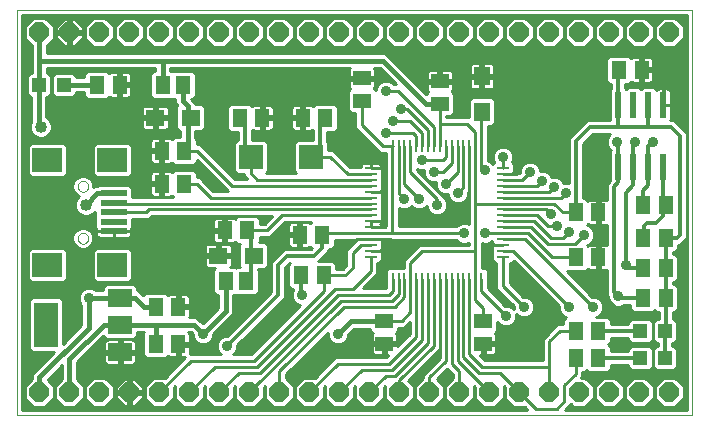
<source format=gtl>
G75*
G70*
%OFA0B0*%
%FSLAX24Y24*%
%IPPOS*%
%LPD*%
%AMOC8*
5,1,8,0,0,1.08239X$1,22.5*
%
%ADD10C,0.0000*%
%ADD11R,0.0106X0.0394*%
%ADD12R,0.0394X0.0106*%
%ADD13R,0.0512X0.0591*%
%ADD14R,0.0787X0.0591*%
%ADD15R,0.0787X0.1496*%
%ADD16R,0.0472X0.0472*%
%ADD17R,0.0551X0.0630*%
%ADD18R,0.0236X0.0866*%
%ADD19R,0.0630X0.0551*%
%ADD20R,0.0591X0.0512*%
%ADD21OC8,0.0640*%
%ADD22R,0.0800X0.0800*%
%ADD23R,0.0984X0.0787*%
%ADD24R,0.0906X0.0197*%
%ADD25C,0.0100*%
%ADD26C,0.0350*%
%ADD27C,0.0160*%
%ADD28C,0.0120*%
%ADD29C,0.0400*%
D10*
X000282Y000151D02*
X000282Y013651D01*
X022782Y013651D01*
X022782Y000151D01*
X000282Y000151D01*
X002305Y006035D02*
X002307Y006061D01*
X002313Y006087D01*
X002323Y006112D01*
X002336Y006135D01*
X002352Y006155D01*
X002372Y006173D01*
X002394Y006188D01*
X002417Y006200D01*
X002443Y006208D01*
X002469Y006212D01*
X002495Y006212D01*
X002521Y006208D01*
X002547Y006200D01*
X002571Y006188D01*
X002592Y006173D01*
X002612Y006155D01*
X002628Y006135D01*
X002641Y006112D01*
X002651Y006087D01*
X002657Y006061D01*
X002659Y006035D01*
X002657Y006009D01*
X002651Y005983D01*
X002641Y005958D01*
X002628Y005935D01*
X002612Y005915D01*
X002592Y005897D01*
X002570Y005882D01*
X002547Y005870D01*
X002521Y005862D01*
X002495Y005858D01*
X002469Y005858D01*
X002443Y005862D01*
X002417Y005870D01*
X002393Y005882D01*
X002372Y005897D01*
X002352Y005915D01*
X002336Y005935D01*
X002323Y005958D01*
X002313Y005983D01*
X002307Y006009D01*
X002305Y006035D01*
X002305Y007767D02*
X002307Y007793D01*
X002313Y007819D01*
X002323Y007844D01*
X002336Y007867D01*
X002352Y007887D01*
X002372Y007905D01*
X002394Y007920D01*
X002417Y007932D01*
X002443Y007940D01*
X002469Y007944D01*
X002495Y007944D01*
X002521Y007940D01*
X002547Y007932D01*
X002571Y007920D01*
X002592Y007905D01*
X002612Y007887D01*
X002628Y007867D01*
X002641Y007844D01*
X002651Y007819D01*
X002657Y007793D01*
X002659Y007767D01*
X002657Y007741D01*
X002651Y007715D01*
X002641Y007690D01*
X002628Y007667D01*
X002612Y007647D01*
X002592Y007629D01*
X002570Y007614D01*
X002547Y007602D01*
X002521Y007594D01*
X002495Y007590D01*
X002469Y007590D01*
X002443Y007594D01*
X002417Y007602D01*
X002393Y007614D01*
X002372Y007629D01*
X002352Y007647D01*
X002336Y007667D01*
X002323Y007690D01*
X002313Y007715D01*
X002307Y007741D01*
X002305Y007767D01*
D11*
X012806Y009106D03*
X013003Y009106D03*
X013200Y009106D03*
X013396Y009106D03*
X013593Y009106D03*
X013790Y009106D03*
X013987Y009106D03*
X014184Y009106D03*
X014381Y009106D03*
X014577Y009106D03*
X014774Y009106D03*
X014971Y009106D03*
X015168Y009106D03*
X015365Y009106D03*
X015562Y009106D03*
X015759Y009106D03*
X015759Y004696D03*
X015562Y004696D03*
X015365Y004696D03*
X015168Y004696D03*
X014971Y004696D03*
X014774Y004696D03*
X014577Y004696D03*
X014381Y004696D03*
X014184Y004696D03*
X013987Y004696D03*
X013790Y004696D03*
X013593Y004696D03*
X013396Y004696D03*
X013200Y004696D03*
X013003Y004696D03*
X012806Y004696D03*
D12*
X012077Y005425D03*
X012077Y005622D03*
X012077Y005819D03*
X012077Y006015D03*
X012077Y006212D03*
X012077Y006409D03*
X012077Y006606D03*
X012077Y006803D03*
X012077Y007000D03*
X012077Y007196D03*
X012077Y007393D03*
X012077Y007590D03*
X012077Y007787D03*
X012077Y007984D03*
X012077Y008181D03*
X012077Y008378D03*
X016487Y008378D03*
X016487Y008181D03*
X016487Y007984D03*
X016487Y007787D03*
X016487Y007590D03*
X016487Y007393D03*
X016487Y007196D03*
X016487Y007000D03*
X016487Y006803D03*
X016487Y006606D03*
X016487Y006409D03*
X016487Y006212D03*
X016487Y006015D03*
X016487Y005819D03*
X016487Y005622D03*
X016487Y005425D03*
D13*
X018908Y005401D03*
X019656Y005401D03*
X021158Y005051D03*
X021906Y005051D03*
X021906Y004051D03*
X021158Y004051D03*
X019656Y002951D03*
X018908Y002951D03*
X018908Y002051D03*
X019656Y002051D03*
X021158Y006051D03*
X021906Y006051D03*
X021906Y007151D03*
X021158Y007151D03*
X019656Y006901D03*
X018908Y006901D03*
X020358Y011651D03*
X021106Y011651D03*
X010556Y010051D03*
X009808Y010051D03*
X008456Y010051D03*
X007708Y010051D03*
X005856Y008951D03*
X005108Y008951D03*
X005108Y007851D03*
X005856Y007851D03*
X007208Y006301D03*
X007956Y006301D03*
X009708Y006151D03*
X010456Y006151D03*
X010506Y004801D03*
X009758Y004801D03*
X007917Y004601D03*
X007248Y004601D03*
X005656Y003751D03*
X004908Y003751D03*
X004908Y002501D03*
X005656Y002501D03*
X005817Y011151D03*
X005148Y011151D03*
X003706Y011151D03*
X002958Y011151D03*
D14*
X003722Y004057D03*
X003722Y003151D03*
X003722Y002246D03*
D15*
X001242Y003151D03*
D16*
X001019Y011151D03*
X001846Y011151D03*
X021069Y002951D03*
X021896Y002951D03*
X021896Y002051D03*
X021069Y002051D03*
D17*
X015782Y010261D03*
X015782Y011442D03*
D18*
X020332Y010475D03*
X020832Y010475D03*
X021332Y010475D03*
X021832Y010475D03*
X021832Y008428D03*
X021332Y008428D03*
X020832Y008428D03*
X020332Y008428D03*
D19*
X008173Y005451D03*
X006992Y005451D03*
X006073Y010051D03*
X004892Y010051D03*
D20*
X011782Y010627D03*
X011782Y011375D03*
X014382Y011275D03*
X014382Y010527D03*
X015832Y003275D03*
X015832Y002527D03*
X012532Y002527D03*
X012532Y003275D03*
D21*
X012032Y000901D03*
X013032Y000901D03*
X014032Y000901D03*
X015032Y000901D03*
X016032Y000901D03*
X017032Y000901D03*
X018032Y000901D03*
X019032Y000901D03*
X020032Y000901D03*
X021032Y000901D03*
X022032Y000901D03*
X011032Y000901D03*
X010032Y000901D03*
X009032Y000901D03*
X008032Y000901D03*
X007032Y000901D03*
X006032Y000901D03*
X005032Y000901D03*
X004032Y000901D03*
X003032Y000901D03*
X002032Y000901D03*
X001032Y000901D03*
X001032Y012901D03*
X002032Y012901D03*
X003032Y012901D03*
X004032Y012901D03*
X005032Y012901D03*
X006032Y012901D03*
X007032Y012901D03*
X008032Y012901D03*
X009032Y012901D03*
X010032Y012901D03*
X011032Y012901D03*
X012032Y012901D03*
X013032Y012901D03*
X014032Y012901D03*
X015032Y012901D03*
X016032Y012901D03*
X017032Y012901D03*
X018032Y012901D03*
X019032Y012901D03*
X020032Y012901D03*
X021032Y012901D03*
X022032Y012901D03*
D22*
X010082Y008751D03*
X008082Y008751D03*
D23*
X003466Y008653D03*
X001301Y008653D03*
X001301Y005149D03*
X003466Y005149D03*
D24*
X003506Y006271D03*
X003506Y006586D03*
X003506Y006901D03*
X003506Y007216D03*
X003506Y007531D03*
D25*
X003506Y007216D02*
X003506Y007196D01*
X012077Y007196D01*
X012077Y007393D02*
X006740Y007393D01*
X006282Y007851D01*
X005856Y007851D01*
X006282Y008071D02*
X006282Y008217D01*
X006183Y008316D01*
X005530Y008316D01*
X005454Y008240D01*
X005444Y008250D01*
X005414Y008268D01*
X005381Y008276D01*
X005158Y008276D01*
X005158Y007901D01*
X005058Y007901D01*
X005058Y007801D01*
X005158Y007801D01*
X005158Y007426D01*
X005381Y007426D01*
X005414Y007435D01*
X005444Y007452D01*
X005454Y007462D01*
X005499Y007416D01*
X004129Y007416D01*
X004129Y007700D01*
X004029Y007799D01*
X002983Y007799D01*
X002964Y007781D01*
X002912Y007781D01*
X002829Y007747D01*
X002829Y007836D01*
X002776Y007964D01*
X002679Y008062D01*
X002551Y008114D01*
X002413Y008114D01*
X002286Y008062D01*
X002188Y007964D01*
X002135Y007836D01*
X002135Y007698D01*
X002188Y007571D01*
X002286Y007473D01*
X002353Y007445D01*
X002269Y007361D01*
X002212Y007225D01*
X002212Y007078D01*
X002269Y006942D01*
X002373Y006838D01*
X002509Y006781D01*
X002656Y006781D01*
X002792Y006838D01*
X002883Y006929D01*
X002883Y006732D01*
X002883Y006417D01*
X002923Y006377D01*
X002923Y006271D01*
X002923Y006156D01*
X002932Y006123D01*
X002949Y006093D01*
X002973Y006069D01*
X003003Y006052D01*
X003036Y006043D01*
X003506Y006043D01*
X003976Y006043D01*
X004009Y006052D01*
X004038Y006069D01*
X004063Y006093D01*
X004080Y006123D01*
X004089Y006156D01*
X004089Y006271D01*
X003506Y006271D01*
X003506Y006043D01*
X003506Y006271D01*
X003506Y006271D01*
X003506Y006271D01*
X004089Y006271D01*
X004089Y006377D01*
X004129Y006417D01*
X004129Y006681D01*
X004673Y006681D01*
X004772Y006780D01*
X008800Y006780D01*
X008541Y006521D01*
X008382Y006521D01*
X008382Y006667D01*
X008283Y006766D01*
X007630Y006766D01*
X007554Y006690D01*
X007544Y006700D01*
X007514Y006718D01*
X007481Y006726D01*
X007258Y006726D01*
X007258Y006351D01*
X007158Y006351D01*
X007158Y006251D01*
X007258Y006251D01*
X007258Y005876D01*
X007481Y005876D01*
X007514Y005885D01*
X007544Y005902D01*
X007554Y005912D01*
X007630Y005836D01*
X007727Y005836D01*
X007688Y005797D01*
X007688Y005105D01*
X007727Y005066D01*
X007591Y005066D01*
X007582Y005058D01*
X007574Y005066D01*
X007377Y005066D01*
X007386Y005072D01*
X007411Y005096D01*
X007428Y005125D01*
X007437Y005158D01*
X007437Y005401D01*
X007042Y005401D01*
X007042Y005501D01*
X007437Y005501D01*
X007437Y005744D01*
X007428Y005777D01*
X007411Y005807D01*
X007386Y005831D01*
X007357Y005848D01*
X007324Y005857D01*
X007042Y005857D01*
X007042Y005501D01*
X006942Y005501D01*
X006942Y005857D01*
X006660Y005857D01*
X006626Y005848D01*
X006597Y005831D01*
X006573Y005807D01*
X006556Y005777D01*
X006547Y005744D01*
X006547Y005501D01*
X006941Y005501D01*
X006941Y005401D01*
X006547Y005401D01*
X006547Y005158D01*
X006556Y005125D01*
X006573Y005096D01*
X006597Y005072D01*
X006626Y005054D01*
X006660Y005046D01*
X006900Y005046D01*
X006822Y004967D01*
X006822Y004235D01*
X006921Y004136D01*
X006998Y004136D01*
X006998Y003720D01*
X006482Y003205D01*
X006394Y003293D01*
X006324Y003363D01*
X006232Y003401D01*
X006031Y003401D01*
X006033Y003406D01*
X006042Y003439D01*
X006042Y003701D01*
X005706Y003701D01*
X005706Y003801D01*
X005606Y003801D01*
X005606Y004176D01*
X005383Y004176D01*
X005350Y004168D01*
X005320Y004150D01*
X005310Y004140D01*
X005234Y004216D01*
X004582Y004216D01*
X004501Y004136D01*
X004368Y004269D01*
X004286Y004303D01*
X004286Y004422D01*
X004186Y004522D01*
X003258Y004522D01*
X003159Y004422D01*
X003159Y004307D01*
X002915Y004307D01*
X002878Y004344D01*
X002751Y004396D01*
X002614Y004396D01*
X002487Y004344D01*
X002390Y004247D01*
X002337Y004120D01*
X002337Y003983D01*
X002390Y003856D01*
X002432Y003813D01*
X002432Y003155D01*
X001806Y002528D01*
X001806Y003970D01*
X001706Y004069D01*
X000778Y004069D01*
X000678Y003970D01*
X000678Y002333D01*
X000778Y002233D01*
X001511Y002233D01*
X000891Y001613D01*
X000820Y001543D01*
X000782Y001451D01*
X000782Y001344D01*
X000542Y001104D01*
X000542Y000698D01*
X000829Y000411D01*
X001235Y000411D01*
X001522Y000698D01*
X001522Y001104D01*
X001305Y001321D01*
X001782Y001798D01*
X001782Y001344D01*
X001542Y001104D01*
X001542Y000698D01*
X001829Y000411D01*
X002235Y000411D01*
X002522Y000698D01*
X002522Y001104D01*
X002282Y001344D01*
X002282Y001898D01*
X003164Y002780D01*
X003258Y002686D01*
X004186Y002686D01*
X004286Y002785D01*
X004286Y002901D01*
X004517Y002901D01*
X004482Y002867D01*
X004482Y002135D01*
X004582Y002036D01*
X005234Y002036D01*
X005310Y002112D01*
X005320Y002102D01*
X005350Y002085D01*
X005383Y002076D01*
X005606Y002076D01*
X005606Y002451D01*
X005706Y002451D01*
X005706Y002076D01*
X005896Y002076D01*
X005211Y001391D01*
X004829Y001391D01*
X004542Y001104D01*
X004542Y000698D01*
X004829Y000411D01*
X005235Y000411D01*
X005522Y000698D01*
X005522Y001080D01*
X005542Y001100D01*
X005542Y000698D01*
X005829Y000411D01*
X006235Y000411D01*
X006522Y000698D01*
X006522Y001080D01*
X006542Y001100D01*
X006542Y000698D01*
X006829Y000411D01*
X007235Y000411D01*
X007522Y000698D01*
X007522Y001080D01*
X007542Y001100D01*
X007542Y000698D01*
X007829Y000411D01*
X008235Y000411D01*
X008522Y000698D01*
X008522Y001080D01*
X008542Y001100D01*
X008542Y000698D01*
X008829Y000411D01*
X009235Y000411D01*
X009522Y000698D01*
X009522Y001104D01*
X009252Y001374D01*
X009252Y001510D01*
X010637Y002895D01*
X010637Y002783D01*
X010690Y002656D01*
X010787Y002559D01*
X010914Y002506D01*
X011051Y002506D01*
X011178Y002559D01*
X011275Y002656D01*
X011327Y002783D01*
X011327Y002843D01*
X011510Y003025D01*
X012067Y003025D01*
X012067Y002949D01*
X012143Y002873D01*
X012133Y002863D01*
X012116Y002833D01*
X012107Y002800D01*
X012107Y002577D01*
X012482Y002577D01*
X012482Y002477D01*
X012107Y002477D01*
X012107Y002254D01*
X012116Y002221D01*
X012133Y002191D01*
X012157Y002167D01*
X012187Y002150D01*
X012220Y002141D01*
X012482Y002141D01*
X012482Y002477D01*
X012582Y002477D01*
X012582Y002141D01*
X012661Y002141D01*
X012591Y002071D01*
X011073Y002071D01*
X010891Y002071D01*
X010211Y001391D01*
X009829Y001391D01*
X009542Y001104D01*
X009542Y000698D01*
X009829Y000411D01*
X010235Y000411D01*
X010522Y000698D01*
X010522Y001080D01*
X010542Y001100D01*
X010542Y000698D01*
X010829Y000411D01*
X011235Y000411D01*
X011522Y000698D01*
X011522Y001080D01*
X011542Y001100D01*
X011542Y000698D01*
X011829Y000411D01*
X012235Y000411D01*
X012522Y000698D01*
X012522Y001080D01*
X012542Y001100D01*
X012542Y000698D01*
X012829Y000411D01*
X013235Y000411D01*
X013522Y000698D01*
X013522Y001104D01*
X013334Y001292D01*
X014357Y002315D01*
X014357Y002038D01*
X013812Y001492D01*
X013812Y001374D01*
X013542Y001104D01*
X013542Y000698D01*
X013829Y000411D01*
X014235Y000411D01*
X014522Y000698D01*
X014522Y001104D01*
X014284Y001342D01*
X014632Y001690D01*
X014812Y001510D01*
X014812Y001374D01*
X014542Y001104D01*
X014542Y000698D01*
X014829Y000411D01*
X015235Y000411D01*
X015522Y000698D01*
X015522Y001100D01*
X015542Y001080D01*
X015542Y000698D01*
X015829Y000411D01*
X016235Y000411D01*
X016522Y000698D01*
X016522Y001100D01*
X016542Y001080D01*
X016542Y000698D01*
X016829Y000411D01*
X017211Y000411D01*
X017301Y000321D01*
X000452Y000321D01*
X000452Y013481D01*
X022612Y013481D01*
X022612Y000321D01*
X018563Y000321D01*
X018741Y000499D01*
X018829Y000411D01*
X019235Y000411D01*
X019522Y000698D01*
X019522Y001104D01*
X019235Y001391D01*
X019083Y001391D01*
X019128Y001436D01*
X019128Y001586D01*
X019234Y001586D01*
X019282Y001634D01*
X019330Y001586D01*
X019983Y001586D01*
X020082Y001685D01*
X020082Y001821D01*
X020663Y001821D01*
X020663Y001745D01*
X020762Y001645D01*
X021375Y001645D01*
X021475Y001745D01*
X021475Y002358D01*
X021375Y002457D01*
X020762Y002457D01*
X020663Y002358D01*
X020663Y002281D01*
X020082Y002281D01*
X020082Y002417D01*
X019998Y002501D01*
X020082Y002585D01*
X020082Y002721D01*
X020663Y002721D01*
X020663Y002645D01*
X020762Y002545D01*
X021375Y002545D01*
X021475Y002645D01*
X021475Y003258D01*
X021375Y003357D01*
X020762Y003357D01*
X020663Y003258D01*
X020663Y003181D01*
X020082Y003181D01*
X020082Y003317D01*
X019983Y003416D01*
X019575Y003416D01*
X019678Y003459D01*
X019775Y003556D01*
X019827Y003683D01*
X019827Y003820D01*
X019775Y003947D01*
X019678Y004044D01*
X019551Y004096D01*
X019448Y004096D01*
X018609Y004936D01*
X019234Y004936D01*
X019310Y005012D01*
X019320Y005002D01*
X019350Y004985D01*
X019383Y004976D01*
X019606Y004976D01*
X019606Y005351D01*
X019706Y005351D01*
X019706Y004976D01*
X019929Y004976D01*
X019952Y004982D01*
X019952Y004346D01*
X019952Y004156D01*
X019987Y004121D01*
X019987Y004033D01*
X020040Y003906D01*
X020137Y003809D01*
X020264Y003756D01*
X020401Y003756D01*
X020528Y003809D01*
X020540Y003821D01*
X020732Y003821D01*
X020732Y003685D01*
X020832Y003586D01*
X021484Y003586D01*
X021532Y003634D01*
X021580Y003586D01*
X021676Y003586D01*
X021676Y003357D01*
X021589Y003357D01*
X021489Y003258D01*
X021489Y002645D01*
X021589Y002545D01*
X021666Y002545D01*
X021666Y002457D01*
X021589Y002457D01*
X021489Y002358D01*
X021489Y001745D01*
X021589Y001645D01*
X022202Y001645D01*
X022302Y001745D01*
X022302Y002358D01*
X022202Y002457D01*
X022126Y002457D01*
X022126Y002545D01*
X022202Y002545D01*
X022302Y002645D01*
X022302Y003258D01*
X022202Y003357D01*
X022136Y003357D01*
X022136Y003586D01*
X022233Y003586D01*
X022332Y003685D01*
X022332Y004417D01*
X022233Y004516D01*
X022136Y004516D01*
X022136Y004586D01*
X022233Y004586D01*
X022332Y004685D01*
X022332Y005417D01*
X022233Y005516D01*
X022136Y005516D01*
X022136Y005586D01*
X022233Y005586D01*
X022332Y005685D01*
X022332Y005821D01*
X022377Y005821D01*
X022612Y006056D01*
X022612Y006246D01*
X022612Y009356D01*
X022612Y009546D01*
X022312Y009846D01*
X022177Y009981D01*
X022065Y009981D01*
X022071Y009992D01*
X022080Y010025D01*
X022080Y010466D01*
X021841Y010466D01*
X021841Y010484D01*
X021823Y010484D01*
X021823Y011038D01*
X021697Y011038D01*
X021664Y011029D01*
X021634Y011012D01*
X021610Y010988D01*
X021521Y011078D01*
X021144Y011078D01*
X021082Y011016D01*
X021021Y011078D01*
X020644Y011078D01*
X020582Y011016D01*
X020562Y011036D01*
X020562Y011186D01*
X020684Y011186D01*
X020760Y011262D01*
X020770Y011252D01*
X020800Y011235D01*
X020833Y011226D01*
X021056Y011226D01*
X021056Y011601D01*
X021156Y011601D01*
X021156Y011226D01*
X021379Y011226D01*
X021412Y011235D01*
X021442Y011252D01*
X021466Y011276D01*
X021483Y011306D01*
X021492Y011339D01*
X021492Y011601D01*
X021156Y011601D01*
X021156Y011701D01*
X021056Y011701D01*
X021056Y012076D01*
X020833Y012076D01*
X020800Y012068D01*
X020770Y012050D01*
X020760Y012040D01*
X020684Y012116D01*
X020032Y012116D01*
X019932Y012017D01*
X019932Y011285D01*
X020032Y011186D01*
X020102Y011186D01*
X020102Y011036D01*
X020044Y010978D01*
X020044Y009981D01*
X019477Y009981D01*
X019287Y009981D01*
X018678Y009372D01*
X018678Y009182D01*
X018678Y007885D01*
X018651Y007896D01*
X018514Y007896D01*
X018498Y007890D01*
X018475Y007947D01*
X018378Y008044D01*
X018251Y008096D01*
X018114Y008096D01*
X018098Y008090D01*
X018075Y008147D01*
X017978Y008244D01*
X017851Y008296D01*
X017727Y008296D01*
X017727Y008320D01*
X017675Y008447D01*
X017578Y008544D01*
X017451Y008596D01*
X017314Y008596D01*
X017187Y008544D01*
X017090Y008447D01*
X017037Y008320D01*
X017037Y008217D01*
X017024Y008204D01*
X016814Y008204D01*
X016814Y008214D01*
X016854Y008254D01*
X016854Y008501D01*
X016782Y008573D01*
X016827Y008683D01*
X016827Y008820D01*
X016775Y008947D01*
X016678Y009044D01*
X016551Y009096D01*
X016414Y009096D01*
X016287Y009044D01*
X016190Y008947D01*
X016137Y008820D01*
X016137Y008683D01*
X016185Y008566D01*
X016145Y008526D01*
X016078Y008594D01*
X015979Y008635D01*
X015979Y008835D01*
X015982Y008839D01*
X015982Y009373D01*
X015979Y009376D01*
X015979Y009776D01*
X016128Y009776D01*
X016228Y009875D01*
X016228Y010646D01*
X016128Y010746D01*
X015436Y010746D01*
X015337Y010646D01*
X015337Y010071D01*
X014601Y010071D01*
X014601Y010101D01*
X014748Y010101D01*
X014847Y010201D01*
X014847Y010853D01*
X014771Y010929D01*
X014781Y010939D01*
X014799Y010969D01*
X014807Y011002D01*
X014807Y011225D01*
X014432Y011225D01*
X014432Y011325D01*
X014332Y011325D01*
X014332Y011225D01*
X013957Y011225D01*
X013957Y011002D01*
X013966Y010969D01*
X013983Y010939D01*
X013993Y010929D01*
X013925Y010862D01*
X012624Y012163D01*
X012532Y012201D01*
X012432Y012201D01*
X005232Y012201D01*
X005132Y012201D01*
X001282Y012201D01*
X001282Y012458D01*
X001522Y012698D01*
X001522Y013104D01*
X001235Y013391D01*
X000829Y013391D01*
X000542Y013104D01*
X000542Y012698D01*
X000782Y012458D01*
X000782Y012001D01*
X000782Y011901D01*
X000782Y011557D01*
X000712Y011557D01*
X000613Y011458D01*
X000613Y010845D01*
X000712Y010745D01*
X000769Y010745D01*
X000769Y009961D01*
X000769Y009961D01*
X000712Y009825D01*
X000712Y009678D01*
X000769Y009542D01*
X000873Y009438D01*
X001009Y009381D01*
X001156Y009381D01*
X001292Y009438D01*
X001396Y009542D01*
X001452Y009678D01*
X001452Y009825D01*
X001396Y009961D01*
X001292Y010065D01*
X001269Y010074D01*
X001269Y010745D01*
X001325Y010745D01*
X001425Y010845D01*
X001425Y011458D01*
X001325Y011557D01*
X001282Y011557D01*
X001282Y011701D01*
X004898Y011701D01*
X004898Y011616D01*
X004821Y011616D01*
X004722Y011517D01*
X004722Y010785D01*
X004821Y010686D01*
X005474Y010686D01*
X005482Y010694D01*
X005491Y010686D01*
X005567Y010686D01*
X005567Y010666D01*
X005567Y010567D01*
X005605Y010475D01*
X005635Y010445D01*
X005588Y010397D01*
X005588Y009705D01*
X005687Y009606D01*
X005732Y009606D01*
X005732Y009416D01*
X005530Y009416D01*
X005454Y009340D01*
X005444Y009350D01*
X005414Y009368D01*
X005381Y009376D01*
X005158Y009376D01*
X005158Y009001D01*
X005058Y009001D01*
X005058Y008901D01*
X005158Y008901D01*
X005158Y008526D01*
X005381Y008526D01*
X005414Y008535D01*
X005444Y008552D01*
X005454Y008562D01*
X005530Y008486D01*
X006183Y008486D01*
X006282Y008585D01*
X006282Y008640D01*
X007309Y007613D01*
X006831Y007613D01*
X006502Y007942D01*
X006373Y008071D01*
X006282Y008071D01*
X006282Y008133D02*
X006789Y008133D01*
X006888Y008035D02*
X006410Y008035D01*
X006508Y007936D02*
X006986Y007936D01*
X007085Y007838D02*
X006607Y007838D01*
X006705Y007739D02*
X007183Y007739D01*
X007282Y007640D02*
X006804Y007640D01*
X007446Y007787D02*
X006282Y008951D01*
X005856Y008951D01*
X006282Y009171D02*
X006282Y009317D01*
X006232Y009367D01*
X006232Y009606D01*
X006458Y009606D01*
X006558Y009705D01*
X006558Y010397D01*
X006458Y010497D01*
X006232Y010497D01*
X006232Y010501D01*
X006194Y010593D01*
X006124Y010663D01*
X006101Y010686D01*
X006143Y010686D01*
X006243Y010785D01*
X006243Y011517D01*
X006143Y011616D01*
X005491Y011616D01*
X005482Y011608D01*
X005474Y011616D01*
X005398Y011616D01*
X005398Y011701D01*
X011377Y011701D01*
X011366Y011681D01*
X011357Y011648D01*
X011357Y011425D01*
X011732Y011425D01*
X011732Y011325D01*
X011357Y011325D01*
X011357Y011102D01*
X011366Y011069D01*
X011383Y011039D01*
X011393Y011029D01*
X011317Y010953D01*
X011317Y010301D01*
X010982Y010301D01*
X010982Y010203D02*
X011415Y010203D01*
X011416Y010201D02*
X011562Y010201D01*
X011562Y009892D01*
X011562Y009710D01*
X012391Y008881D01*
X012573Y008881D01*
X012581Y008881D01*
X012581Y006432D01*
X012404Y006432D01*
X012404Y006479D01*
X012397Y006507D01*
X012404Y006536D01*
X012404Y006606D01*
X012404Y006639D01*
X012444Y006679D01*
X012444Y006876D01*
X012444Y007073D01*
X012444Y007270D01*
X012444Y007517D01*
X012404Y007557D01*
X012404Y007590D01*
X012371Y007590D01*
X012371Y007590D01*
X012371Y007590D01*
X012404Y007590D01*
X012404Y007623D01*
X012444Y007663D01*
X012444Y007860D01*
X012444Y008057D01*
X012444Y008304D01*
X012404Y008344D01*
X012404Y008377D01*
X012371Y008377D01*
X012371Y008378D01*
X012404Y008378D01*
X012404Y008448D01*
X012395Y008481D01*
X012378Y008511D01*
X012354Y008535D01*
X012324Y008552D01*
X012291Y008561D01*
X012078Y008561D01*
X012078Y008404D01*
X012077Y008404D01*
X012077Y008561D01*
X011863Y008561D01*
X011830Y008552D01*
X011801Y008535D01*
X011777Y008511D01*
X011759Y008481D01*
X011751Y008448D01*
X011751Y008401D01*
X011394Y008401D01*
X010952Y008842D01*
X010823Y008971D01*
X010652Y008971D01*
X010652Y009222D01*
X010612Y009262D01*
X010612Y009586D01*
X010883Y009586D01*
X010982Y009685D01*
X010982Y010417D01*
X010883Y010516D01*
X010230Y010516D01*
X010154Y010440D01*
X010144Y010450D01*
X010114Y010468D01*
X010081Y010476D01*
X009858Y010476D01*
X009858Y010101D01*
X009758Y010101D01*
X009758Y010001D01*
X009858Y010001D01*
X009858Y009626D01*
X010081Y009626D01*
X010114Y009635D01*
X010144Y009652D01*
X010152Y009660D01*
X010152Y009321D01*
X009612Y009321D01*
X009512Y009222D01*
X009512Y008281D01*
X009589Y008204D01*
X008575Y008204D01*
X008652Y008281D01*
X008652Y009222D01*
X008553Y009321D01*
X008112Y009321D01*
X008112Y009660D01*
X008120Y009652D01*
X008150Y009635D01*
X008183Y009626D01*
X008406Y009626D01*
X008406Y010001D01*
X008506Y010001D01*
X008506Y009626D01*
X008729Y009626D01*
X008762Y009635D01*
X008792Y009652D01*
X008816Y009676D01*
X008833Y009706D01*
X008842Y009739D01*
X008842Y010001D01*
X008506Y010001D01*
X008506Y010101D01*
X008406Y010101D01*
X008406Y010476D01*
X008183Y010476D01*
X008150Y010468D01*
X008120Y010450D01*
X008110Y010440D01*
X008034Y010516D01*
X007382Y010516D01*
X007282Y010417D01*
X007282Y009685D01*
X007382Y009586D01*
X007652Y009586D01*
X007652Y009321D01*
X007612Y009321D01*
X007512Y009222D01*
X007512Y008281D01*
X007612Y008181D01*
X007862Y008181D01*
X007862Y008110D01*
X007965Y008007D01*
X007537Y008007D01*
X006373Y009171D01*
X006282Y009171D01*
X006282Y009217D02*
X007512Y009217D01*
X007512Y009119D02*
X006426Y009119D01*
X006524Y009020D02*
X007512Y009020D01*
X007512Y008922D02*
X006623Y008922D01*
X006721Y008823D02*
X007512Y008823D01*
X007512Y008724D02*
X006820Y008724D01*
X006919Y008626D02*
X007512Y008626D01*
X007512Y008527D02*
X007017Y008527D01*
X007116Y008429D02*
X007512Y008429D01*
X007512Y008330D02*
X007214Y008330D01*
X007313Y008232D02*
X007561Y008232D01*
X007411Y008133D02*
X007862Y008133D01*
X007938Y008035D02*
X007510Y008035D01*
X007446Y007787D02*
X012077Y007787D01*
X012077Y007984D02*
X008300Y007984D01*
X008082Y008201D01*
X008082Y008751D01*
X008652Y008724D02*
X009512Y008724D01*
X009512Y008626D02*
X008652Y008626D01*
X008652Y008527D02*
X009512Y008527D01*
X009512Y008429D02*
X008652Y008429D01*
X008652Y008330D02*
X009512Y008330D01*
X009561Y008232D02*
X008603Y008232D01*
X008652Y008823D02*
X009512Y008823D01*
X009512Y008922D02*
X008652Y008922D01*
X008652Y009020D02*
X009512Y009020D01*
X009512Y009119D02*
X008652Y009119D01*
X008652Y009217D02*
X009512Y009217D01*
X009606Y009316D02*
X008558Y009316D01*
X008112Y009414D02*
X010152Y009414D01*
X010152Y009513D02*
X008112Y009513D01*
X008112Y009611D02*
X010152Y009611D01*
X009858Y009710D02*
X009758Y009710D01*
X009758Y009626D02*
X009535Y009626D01*
X009502Y009635D01*
X009472Y009652D01*
X009448Y009676D01*
X009431Y009706D01*
X009422Y009739D01*
X009422Y010001D01*
X009758Y010001D01*
X009758Y009626D01*
X009758Y009808D02*
X009858Y009808D01*
X009858Y009907D02*
X009758Y009907D01*
X009758Y010006D02*
X008506Y010006D01*
X008506Y010101D02*
X008842Y010101D01*
X008842Y010364D01*
X008833Y010397D01*
X008816Y010426D01*
X008792Y010450D01*
X008762Y010468D01*
X008729Y010476D01*
X008506Y010476D01*
X008506Y010101D01*
X008506Y010104D02*
X008406Y010104D01*
X008406Y010203D02*
X008506Y010203D01*
X008506Y010301D02*
X008406Y010301D01*
X008406Y010400D02*
X008506Y010400D01*
X008831Y010400D02*
X009433Y010400D01*
X009431Y010397D02*
X009422Y010364D01*
X009422Y010101D01*
X009758Y010101D01*
X009758Y010476D01*
X009535Y010476D01*
X009502Y010468D01*
X009472Y010450D01*
X009448Y010426D01*
X009431Y010397D01*
X009422Y010301D02*
X008842Y010301D01*
X008842Y010203D02*
X009422Y010203D01*
X009422Y010104D02*
X008842Y010104D01*
X008842Y009907D02*
X009422Y009907D01*
X009422Y009808D02*
X008842Y009808D01*
X008834Y009710D02*
X009430Y009710D01*
X009758Y010104D02*
X009858Y010104D01*
X009858Y010203D02*
X009758Y010203D01*
X009758Y010301D02*
X009858Y010301D01*
X009858Y010400D02*
X009758Y010400D01*
X010212Y010498D02*
X008053Y010498D01*
X007364Y010498D02*
X006232Y010498D01*
X006190Y010597D02*
X011317Y010597D01*
X011317Y010695D02*
X006153Y010695D01*
X006243Y010794D02*
X011317Y010794D01*
X011317Y010892D02*
X006243Y010892D01*
X006243Y010991D02*
X011354Y010991D01*
X011360Y011089D02*
X006243Y011089D01*
X006243Y011188D02*
X011357Y011188D01*
X011357Y011287D02*
X006243Y011287D01*
X006243Y011385D02*
X011732Y011385D01*
X011832Y011385D02*
X012695Y011385D01*
X012651Y011296D02*
X012514Y011296D01*
X012387Y011244D01*
X012290Y011147D01*
X012237Y011020D01*
X012237Y010964D01*
X012171Y011029D01*
X012181Y011039D01*
X012199Y011069D01*
X012207Y011102D01*
X012207Y011325D01*
X011832Y011325D01*
X011832Y011425D01*
X012207Y011425D01*
X012207Y011648D01*
X012199Y011681D01*
X012399Y011681D01*
X012379Y011701D02*
X012909Y011171D01*
X012850Y011171D01*
X012778Y011244D01*
X012651Y011296D01*
X012674Y011287D02*
X012793Y011287D01*
X012833Y011188D02*
X012892Y011188D01*
X012982Y010951D02*
X012582Y010951D01*
X012266Y011089D02*
X012204Y011089D01*
X012210Y010991D02*
X012237Y010991D01*
X012207Y011188D02*
X012331Y011188D01*
X012207Y011287D02*
X012490Y011287D01*
X012596Y011484D02*
X012207Y011484D01*
X012207Y011582D02*
X012498Y011582D01*
X012379Y011701D02*
X012187Y011701D01*
X012199Y011681D01*
X012712Y012075D02*
X019990Y012075D01*
X019932Y011976D02*
X012810Y011976D01*
X012909Y011878D02*
X015457Y011878D01*
X015456Y011878D02*
X015427Y011861D01*
X015403Y011836D01*
X015385Y011807D01*
X015377Y011774D01*
X015377Y011492D01*
X015732Y011492D01*
X015732Y011887D01*
X015489Y011887D01*
X015456Y011878D01*
X015378Y011779D02*
X013008Y011779D01*
X013106Y011681D02*
X015377Y011681D01*
X015377Y011582D02*
X014798Y011582D01*
X014799Y011581D02*
X014781Y011611D01*
X014757Y011635D01*
X014728Y011652D01*
X014695Y011661D01*
X014432Y011661D01*
X014432Y011325D01*
X014807Y011325D01*
X014807Y011548D01*
X014799Y011581D01*
X014807Y011484D02*
X015732Y011484D01*
X015732Y011492D02*
X015732Y011392D01*
X015377Y011392D01*
X015377Y011110D01*
X015385Y011077D01*
X015403Y011047D01*
X015427Y011023D01*
X015456Y011006D01*
X015489Y010997D01*
X015732Y010997D01*
X015732Y011392D01*
X015832Y011392D01*
X015832Y011492D01*
X015732Y011492D01*
X015732Y011582D02*
X015832Y011582D01*
X015832Y011492D02*
X015832Y011887D01*
X016075Y011887D01*
X016108Y011878D01*
X019932Y011878D01*
X019932Y011779D02*
X016186Y011779D01*
X016188Y011774D02*
X016179Y011807D01*
X016162Y011836D01*
X016138Y011861D01*
X016108Y011878D01*
X016188Y011774D02*
X016188Y011492D01*
X015832Y011492D01*
X015832Y011484D02*
X019932Y011484D01*
X019932Y011582D02*
X016188Y011582D01*
X016188Y011681D02*
X019932Y011681D01*
X019932Y011385D02*
X016188Y011385D01*
X016188Y011392D02*
X016188Y011110D01*
X016179Y011077D01*
X016162Y011047D01*
X016138Y011023D01*
X016108Y011006D01*
X016075Y010997D01*
X015832Y010997D01*
X015832Y011392D01*
X016188Y011392D01*
X016188Y011287D02*
X019932Y011287D01*
X020030Y011188D02*
X016188Y011188D01*
X016182Y011089D02*
X020102Y011089D01*
X020057Y010991D02*
X014804Y010991D01*
X014807Y011089D02*
X015382Y011089D01*
X015377Y011188D02*
X014807Y011188D01*
X014807Y011385D02*
X015377Y011385D01*
X015377Y011287D02*
X014432Y011287D01*
X014432Y011385D02*
X014332Y011385D01*
X014332Y011325D02*
X014332Y011661D01*
X014070Y011661D01*
X014037Y011652D01*
X014007Y011635D01*
X013983Y011611D01*
X013966Y011581D01*
X013957Y011548D01*
X013957Y011325D01*
X014332Y011325D01*
X014332Y011287D02*
X013500Y011287D01*
X013402Y011385D02*
X013957Y011385D01*
X013957Y011484D02*
X013303Y011484D01*
X013205Y011582D02*
X013966Y011582D01*
X014332Y011582D02*
X014432Y011582D01*
X014432Y011484D02*
X014332Y011484D01*
X013957Y011188D02*
X013599Y011188D01*
X013697Y011089D02*
X013957Y011089D01*
X013960Y010991D02*
X013796Y010991D01*
X013894Y010892D02*
X013956Y010892D01*
X014382Y010527D02*
X014381Y010526D01*
X014381Y009851D01*
X015282Y009851D01*
X015562Y009572D01*
X015562Y009106D01*
X015562Y007201D01*
X015566Y007196D01*
X016487Y007196D01*
X018187Y007196D01*
X018482Y006901D01*
X018908Y006901D01*
X019310Y006512D02*
X019320Y006502D01*
X019350Y006485D01*
X019383Y006476D01*
X019606Y006476D01*
X019606Y006851D01*
X019706Y006851D01*
X019706Y006476D01*
X019929Y006476D01*
X019952Y006482D01*
X019952Y005820D01*
X019929Y005826D01*
X019706Y005826D01*
X019706Y005451D01*
X019606Y005451D01*
X019606Y005826D01*
X019383Y005826D01*
X019350Y005818D01*
X019320Y005800D01*
X019310Y005790D01*
X019282Y005819D01*
X019378Y005859D01*
X019475Y005956D01*
X019527Y006083D01*
X019527Y006220D01*
X019475Y006347D01*
X019378Y006444D01*
X019282Y006483D01*
X019310Y006512D01*
X019343Y006458D02*
X019952Y006458D01*
X019952Y006359D02*
X019462Y006359D01*
X019510Y006261D02*
X019952Y006261D01*
X019952Y006162D02*
X019527Y006162D01*
X019519Y006064D02*
X019952Y006064D01*
X019952Y005965D02*
X019479Y005965D01*
X019386Y005867D02*
X019952Y005867D01*
X019706Y005768D02*
X019606Y005768D01*
X019606Y005670D02*
X019706Y005670D01*
X019706Y005571D02*
X019606Y005571D01*
X019606Y005473D02*
X019706Y005473D01*
X019706Y005275D02*
X019606Y005275D01*
X019606Y005177D02*
X019706Y005177D01*
X019706Y005078D02*
X019606Y005078D01*
X019606Y004980D02*
X019706Y004980D01*
X019944Y004980D02*
X019952Y004980D01*
X019952Y004881D02*
X018663Y004881D01*
X018762Y004783D02*
X019952Y004783D01*
X019952Y004684D02*
X018860Y004684D01*
X018959Y004586D02*
X019952Y004586D01*
X019952Y004487D02*
X019057Y004487D01*
X019156Y004389D02*
X019952Y004389D01*
X019952Y004290D02*
X019254Y004290D01*
X019353Y004191D02*
X019952Y004191D01*
X019987Y004093D02*
X019559Y004093D01*
X019727Y003994D02*
X020003Y003994D01*
X020050Y003896D02*
X019796Y003896D01*
X019827Y003797D02*
X020164Y003797D01*
X020500Y003797D02*
X020732Y003797D01*
X020732Y003699D02*
X019827Y003699D01*
X019793Y003600D02*
X020818Y003600D01*
X020709Y003305D02*
X020082Y003305D01*
X020082Y003206D02*
X020663Y003206D01*
X019996Y003403D02*
X021676Y003403D01*
X021676Y003502D02*
X019721Y003502D01*
X019482Y003751D02*
X017218Y006015D01*
X016487Y006015D01*
X016487Y005819D02*
X015950Y005819D01*
X015882Y005751D01*
X015882Y005351D01*
X016132Y005101D01*
X016132Y004651D01*
X016267Y004684D02*
X015982Y004684D01*
X015982Y004586D02*
X016267Y004586D01*
X016267Y004538D02*
X016267Y004355D01*
X016837Y003785D01*
X016837Y003684D01*
X016778Y003744D01*
X016651Y003796D01*
X016548Y003796D01*
X015979Y004366D01*
X015979Y004426D01*
X015982Y004429D01*
X015982Y004964D01*
X015882Y005063D01*
X015782Y005063D01*
X015782Y005510D01*
X015782Y005869D01*
X015814Y005856D01*
X015951Y005856D01*
X016078Y005909D01*
X016120Y005951D01*
X016120Y005892D01*
X016160Y005852D01*
X016160Y005819D01*
X016193Y005819D01*
X016193Y005818D01*
X016160Y005818D01*
X016160Y005785D01*
X016120Y005745D01*
X016120Y005498D01*
X016120Y005301D01*
X016220Y005202D01*
X016267Y005202D01*
X016267Y004538D01*
X016267Y004487D02*
X015982Y004487D01*
X015979Y004389D02*
X016267Y004389D01*
X016332Y004290D02*
X016054Y004290D01*
X016153Y004191D02*
X016431Y004191D01*
X016529Y004093D02*
X016252Y004093D01*
X016350Y003994D02*
X016628Y003994D01*
X016726Y003896D02*
X016449Y003896D01*
X016547Y003797D02*
X016825Y003797D01*
X016822Y003699D02*
X016837Y003699D01*
X016927Y003518D02*
X016987Y003459D01*
X017114Y003406D01*
X017251Y003406D01*
X017378Y003459D01*
X017475Y003556D01*
X017527Y003683D01*
X017527Y003820D01*
X017475Y003947D01*
X017378Y004044D01*
X017251Y004096D01*
X017148Y004096D01*
X016707Y004538D01*
X016707Y005202D01*
X016754Y005202D01*
X016837Y005285D01*
X018337Y003785D01*
X018337Y003683D01*
X018390Y003556D01*
X018487Y003459D01*
X018589Y003416D01*
X018582Y003416D01*
X018482Y003317D01*
X018482Y003171D01*
X018473Y003171D01*
X018291Y003171D01*
X017941Y002821D01*
X017812Y002692D01*
X017812Y001971D01*
X015873Y001971D01*
X015703Y002141D01*
X015782Y002141D01*
X015782Y002477D01*
X015882Y002477D01*
X015882Y002141D01*
X016145Y002141D01*
X016178Y002150D01*
X016207Y002167D01*
X016231Y002191D01*
X016249Y002221D01*
X016257Y002254D01*
X016257Y002477D01*
X015882Y002477D01*
X015882Y002577D01*
X016257Y002577D01*
X016257Y002800D01*
X016249Y002833D01*
X016231Y002863D01*
X016221Y002873D01*
X016297Y002949D01*
X016297Y003248D01*
X016387Y003159D01*
X016514Y003106D01*
X016651Y003106D01*
X016778Y003159D01*
X016875Y003256D01*
X016927Y003383D01*
X016927Y003518D01*
X016927Y003502D02*
X016944Y003502D01*
X016927Y003403D02*
X018569Y003403D01*
X018482Y003305D02*
X016895Y003305D01*
X016825Y003206D02*
X018482Y003206D01*
X018227Y003107D02*
X016654Y003107D01*
X016510Y003107D02*
X016297Y003107D01*
X016297Y003009D02*
X018129Y003009D01*
X018030Y002910D02*
X016259Y002910D01*
X016254Y002812D02*
X017932Y002812D01*
X017833Y002713D02*
X016257Y002713D01*
X016257Y002615D02*
X017812Y002615D01*
X017812Y002516D02*
X015882Y002516D01*
X015882Y002418D02*
X015782Y002418D01*
X015782Y002319D02*
X015882Y002319D01*
X015882Y002221D02*
X015782Y002221D01*
X015722Y002122D02*
X017812Y002122D01*
X017812Y002024D02*
X015821Y002024D01*
X015782Y001751D02*
X018032Y001751D01*
X018032Y002601D01*
X018382Y002951D01*
X018908Y002951D01*
X018444Y003502D02*
X017421Y003502D01*
X017493Y003600D02*
X018371Y003600D01*
X018337Y003699D02*
X017527Y003699D01*
X017527Y003797D02*
X018325Y003797D01*
X018226Y003896D02*
X017496Y003896D01*
X017427Y003994D02*
X018128Y003994D01*
X018029Y004093D02*
X017259Y004093D01*
X017053Y004191D02*
X017931Y004191D01*
X017832Y004290D02*
X016954Y004290D01*
X016856Y004389D02*
X017734Y004389D01*
X017635Y004487D02*
X016757Y004487D01*
X016707Y004586D02*
X017537Y004586D01*
X017438Y004684D02*
X016707Y004684D01*
X016707Y004783D02*
X017340Y004783D01*
X017241Y004881D02*
X016707Y004881D01*
X016707Y004980D02*
X017142Y004980D01*
X017044Y005078D02*
X016707Y005078D01*
X016707Y005177D02*
X016945Y005177D01*
X016847Y005275D02*
X016828Y005275D01*
X016487Y005425D02*
X016487Y004446D01*
X017182Y003751D01*
X016582Y003451D02*
X015759Y004275D01*
X015759Y004696D01*
X015562Y004696D02*
X015562Y003972D01*
X015832Y003701D01*
X015832Y003275D01*
X016297Y003206D02*
X016339Y003206D01*
X016257Y002418D02*
X017812Y002418D01*
X017812Y002319D02*
X016257Y002319D01*
X016248Y002221D02*
X017812Y002221D01*
X018032Y001751D02*
X018032Y000901D01*
X018532Y001151D02*
X018532Y000601D01*
X018282Y000351D01*
X017582Y000351D01*
X017032Y000901D01*
X016382Y001551D01*
X015682Y001551D01*
X015168Y002065D01*
X015168Y004696D01*
X014971Y004696D02*
X014971Y001962D01*
X016032Y000901D01*
X015542Y000940D02*
X015522Y000940D01*
X015522Y001038D02*
X015542Y001038D01*
X015542Y000841D02*
X015522Y000841D01*
X015522Y000742D02*
X015542Y000742D01*
X015597Y000644D02*
X015468Y000644D01*
X015369Y000545D02*
X015695Y000545D01*
X015794Y000447D02*
X015271Y000447D01*
X014794Y000447D02*
X014271Y000447D01*
X014369Y000545D02*
X014695Y000545D01*
X014597Y000644D02*
X014468Y000644D01*
X014522Y000742D02*
X014542Y000742D01*
X014542Y000841D02*
X014522Y000841D01*
X014522Y000940D02*
X014542Y000940D01*
X014542Y001038D02*
X014522Y001038D01*
X014490Y001137D02*
X014575Y001137D01*
X014673Y001235D02*
X014391Y001235D01*
X014293Y001334D02*
X014772Y001334D01*
X014812Y001432D02*
X014374Y001432D01*
X014473Y001531D02*
X014791Y001531D01*
X014693Y001629D02*
X014571Y001629D01*
X014774Y001859D02*
X015032Y001601D01*
X015032Y000901D01*
X014032Y000901D02*
X014032Y001401D01*
X014577Y001946D01*
X014577Y004696D01*
X014381Y004696D02*
X014381Y002050D01*
X013782Y001451D01*
X013812Y001432D02*
X013474Y001432D01*
X013376Y001334D02*
X013772Y001334D01*
X013673Y001235D02*
X013391Y001235D01*
X013490Y001137D02*
X013575Y001137D01*
X013542Y001038D02*
X013522Y001038D01*
X013522Y000940D02*
X013542Y000940D01*
X013542Y000841D02*
X013522Y000841D01*
X013522Y000742D02*
X013542Y000742D01*
X013597Y000644D02*
X013468Y000644D01*
X013369Y000545D02*
X013695Y000545D01*
X013794Y000447D02*
X013271Y000447D01*
X012794Y000447D02*
X012271Y000447D01*
X012369Y000545D02*
X012695Y000545D01*
X012597Y000644D02*
X012468Y000644D01*
X012522Y000742D02*
X012542Y000742D01*
X012542Y000841D02*
X012522Y000841D01*
X012522Y000940D02*
X012542Y000940D01*
X012542Y001038D02*
X012522Y001038D01*
X012582Y001451D02*
X012032Y000901D01*
X011597Y000644D02*
X011468Y000644D01*
X011522Y000742D02*
X011542Y000742D01*
X011542Y000841D02*
X011522Y000841D01*
X011522Y000940D02*
X011542Y000940D01*
X011542Y001038D02*
X011522Y001038D01*
X011032Y000901D02*
X011782Y001651D01*
X012782Y001651D01*
X013790Y002659D01*
X013790Y004696D01*
X013593Y004696D02*
X013593Y002762D01*
X012682Y001851D01*
X010982Y001851D01*
X010032Y000901D01*
X009673Y001235D02*
X009391Y001235D01*
X009490Y001137D02*
X009575Y001137D01*
X009542Y001038D02*
X009522Y001038D01*
X009522Y000940D02*
X009542Y000940D01*
X009542Y000841D02*
X009522Y000841D01*
X009522Y000742D02*
X009542Y000742D01*
X009597Y000644D02*
X009468Y000644D01*
X009369Y000545D02*
X009695Y000545D01*
X009794Y000447D02*
X009271Y000447D01*
X008794Y000447D02*
X008271Y000447D01*
X008369Y000545D02*
X008695Y000545D01*
X008597Y000644D02*
X008468Y000644D01*
X008522Y000742D02*
X008542Y000742D01*
X008542Y000841D02*
X008522Y000841D01*
X008522Y000940D02*
X008542Y000940D01*
X008542Y001038D02*
X008522Y001038D01*
X008032Y000901D02*
X011082Y003951D01*
X012782Y003951D01*
X013003Y004172D01*
X013003Y004696D01*
X013200Y004696D02*
X013200Y004069D01*
X012882Y003751D01*
X011182Y003751D01*
X009032Y001601D01*
X009032Y000901D01*
X009293Y001334D02*
X009772Y001334D01*
X010252Y001432D02*
X009252Y001432D01*
X009273Y001531D02*
X010351Y001531D01*
X010449Y001629D02*
X009371Y001629D01*
X009470Y001728D02*
X010548Y001728D01*
X010646Y001826D02*
X009569Y001826D01*
X009667Y001925D02*
X010745Y001925D01*
X010843Y002024D02*
X009766Y002024D01*
X009864Y002122D02*
X012642Y002122D01*
X012582Y002221D02*
X012482Y002221D01*
X012482Y002319D02*
X012582Y002319D01*
X012582Y002418D02*
X012482Y002418D01*
X012482Y002516D02*
X011075Y002516D01*
X010889Y002516D02*
X010258Y002516D01*
X010160Y002418D02*
X012107Y002418D01*
X012107Y002319D02*
X010061Y002319D01*
X009963Y002221D02*
X012116Y002221D01*
X012107Y002615D02*
X011234Y002615D01*
X011298Y002713D02*
X012107Y002713D01*
X012110Y002812D02*
X011327Y002812D01*
X011395Y002910D02*
X012105Y002910D01*
X012067Y003009D02*
X011493Y003009D01*
X010731Y002615D02*
X010357Y002615D01*
X010455Y002713D02*
X010666Y002713D01*
X010637Y002812D02*
X010554Y002812D01*
X009422Y003502D02*
X008658Y003502D01*
X008756Y003600D02*
X009520Y003600D01*
X009619Y003699D02*
X008855Y003699D01*
X008954Y003797D02*
X009717Y003797D01*
X009714Y003806D02*
X009726Y003806D01*
X008091Y002171D01*
X007490Y002171D01*
X007575Y002256D01*
X007627Y002383D01*
X007627Y002471D01*
X009212Y004056D01*
X009212Y004246D01*
X009212Y005056D01*
X009377Y005221D01*
X009387Y005221D01*
X009332Y005167D01*
X009332Y004435D01*
X009432Y004336D01*
X009485Y004336D01*
X009437Y004220D01*
X009437Y004083D01*
X009490Y003956D01*
X009587Y003859D01*
X009714Y003806D01*
X009550Y003896D02*
X009052Y003896D01*
X009151Y003994D02*
X009474Y003994D01*
X009437Y004093D02*
X009212Y004093D01*
X009212Y004191D02*
X009437Y004191D01*
X009466Y004290D02*
X009212Y004290D01*
X009212Y004389D02*
X009379Y004389D01*
X009332Y004487D02*
X009212Y004487D01*
X009212Y004586D02*
X009332Y004586D01*
X009332Y004684D02*
X009212Y004684D01*
X009212Y004783D02*
X009332Y004783D01*
X009332Y004881D02*
X009212Y004881D01*
X009212Y004980D02*
X009332Y004980D01*
X009332Y005078D02*
X009235Y005078D01*
X009333Y005177D02*
X009342Y005177D01*
X008978Y005473D02*
X008658Y005473D01*
X008658Y005571D02*
X009077Y005571D01*
X009175Y005670D02*
X008658Y005670D01*
X008658Y005768D02*
X009356Y005768D01*
X009348Y005776D02*
X009372Y005752D01*
X009402Y005735D01*
X009435Y005726D01*
X009658Y005726D01*
X009658Y006101D01*
X009758Y006101D01*
X009758Y005726D01*
X009981Y005726D01*
X010014Y005735D01*
X010044Y005752D01*
X010054Y005762D01*
X010111Y005705D01*
X010087Y005681D01*
X009377Y005681D01*
X009187Y005681D01*
X008887Y005381D01*
X008752Y005246D01*
X008752Y004246D01*
X007302Y002796D01*
X007214Y002796D01*
X007087Y002744D01*
X006990Y002647D01*
X006937Y002520D01*
X006937Y002383D01*
X006990Y002256D01*
X007074Y002171D01*
X006173Y002171D01*
X006037Y002171D01*
X006042Y002189D01*
X006042Y002451D01*
X005706Y002451D01*
X005706Y002551D01*
X006042Y002551D01*
X006042Y002814D01*
X006033Y002847D01*
X006016Y002876D01*
X005992Y002900D01*
X005991Y002901D01*
X006079Y002901D01*
X006137Y002843D01*
X006137Y002783D01*
X006190Y002656D01*
X006287Y002559D01*
X006414Y002506D01*
X006551Y002506D01*
X006678Y002559D01*
X006775Y002656D01*
X006827Y002783D01*
X006827Y002843D01*
X007459Y003475D01*
X007498Y003567D01*
X007498Y003666D01*
X007498Y004136D01*
X007574Y004136D01*
X007582Y004144D01*
X007591Y004136D01*
X008243Y004136D01*
X008343Y004235D01*
X008343Y004967D01*
X008312Y004997D01*
X008312Y005006D01*
X008558Y005006D01*
X008658Y005105D01*
X008658Y005797D01*
X008558Y005897D01*
X008343Y005897D01*
X008382Y005935D01*
X008382Y006081D01*
X008541Y006081D01*
X008723Y006081D01*
X009225Y006583D01*
X010096Y006583D01*
X010054Y006540D01*
X010044Y006550D01*
X010014Y006568D01*
X009981Y006576D01*
X009758Y006576D01*
X009758Y006201D01*
X009658Y006201D01*
X009658Y006101D01*
X009322Y006101D01*
X009322Y005839D01*
X009331Y005806D01*
X009348Y005776D01*
X009322Y005867D02*
X008588Y005867D01*
X008382Y005965D02*
X009322Y005965D01*
X009322Y006064D02*
X008382Y006064D01*
X008082Y006151D02*
X007956Y006277D01*
X007956Y006301D01*
X008632Y006301D01*
X009134Y006803D01*
X012077Y006803D01*
X012077Y007000D02*
X004681Y007000D01*
X004582Y006901D01*
X003506Y006901D01*
X004129Y006655D02*
X006836Y006655D01*
X006831Y006647D02*
X006822Y006614D01*
X006822Y006351D01*
X007158Y006351D01*
X007158Y006726D01*
X006935Y006726D01*
X006902Y006718D01*
X006872Y006700D01*
X006848Y006676D01*
X006831Y006647D01*
X006822Y006556D02*
X004129Y006556D01*
X004129Y006458D02*
X006822Y006458D01*
X006822Y006359D02*
X004089Y006359D01*
X004089Y006261D02*
X007158Y006261D01*
X007158Y006251D02*
X006822Y006251D01*
X006822Y005989D01*
X006831Y005956D01*
X006848Y005926D01*
X006872Y005902D01*
X006902Y005885D01*
X006935Y005876D01*
X007158Y005876D01*
X007158Y006251D01*
X007158Y006162D02*
X007258Y006162D01*
X007258Y006064D02*
X007158Y006064D01*
X007158Y005965D02*
X007258Y005965D01*
X007599Y005867D02*
X002788Y005867D01*
X002776Y005838D02*
X002679Y005741D01*
X002551Y005688D01*
X002413Y005688D01*
X002286Y005741D01*
X002188Y005838D01*
X002135Y005966D01*
X002135Y006104D01*
X002188Y006232D01*
X002286Y006329D01*
X002413Y006382D01*
X002551Y006382D01*
X002679Y006329D01*
X002776Y006232D01*
X002829Y006104D01*
X002829Y005966D01*
X002776Y005838D01*
X002706Y005768D02*
X006553Y005768D01*
X006547Y005670D02*
X004072Y005670D01*
X004029Y005713D02*
X002904Y005713D01*
X002804Y005613D01*
X002804Y004685D01*
X002904Y004586D01*
X001864Y004586D01*
X001963Y004685D01*
X001963Y005613D01*
X001864Y005713D01*
X000739Y005713D01*
X000639Y005613D01*
X000639Y004685D01*
X000739Y004586D01*
X001864Y004586D01*
X001962Y004684D02*
X002805Y004684D01*
X002804Y004783D02*
X001963Y004783D01*
X001963Y004881D02*
X002804Y004881D01*
X002804Y004980D02*
X001963Y004980D01*
X001963Y005078D02*
X002804Y005078D01*
X002804Y005177D02*
X001963Y005177D01*
X001963Y005275D02*
X002804Y005275D01*
X002804Y005374D02*
X001963Y005374D01*
X001963Y005473D02*
X002804Y005473D01*
X002804Y005571D02*
X001963Y005571D01*
X001907Y005670D02*
X002861Y005670D01*
X002829Y005965D02*
X006829Y005965D01*
X006822Y006064D02*
X004030Y006064D01*
X004089Y006162D02*
X006822Y006162D01*
X007158Y006359D02*
X007258Y006359D01*
X007258Y006458D02*
X007158Y006458D01*
X007158Y006556D02*
X007258Y006556D01*
X007258Y006655D02*
X007158Y006655D01*
X007617Y006754D02*
X004746Y006754D01*
X004835Y007426D02*
X005058Y007426D01*
X005058Y007801D01*
X004722Y007801D01*
X004722Y007539D01*
X004731Y007506D01*
X004748Y007476D01*
X004772Y007452D01*
X004802Y007435D01*
X004835Y007426D01*
X004787Y007443D02*
X004129Y007443D01*
X004129Y007542D02*
X004722Y007542D01*
X004722Y007640D02*
X004129Y007640D01*
X004089Y007739D02*
X004722Y007739D01*
X004722Y007901D02*
X005058Y007901D01*
X005058Y008276D01*
X004835Y008276D01*
X004802Y008268D01*
X004772Y008250D01*
X004748Y008226D01*
X004731Y008197D01*
X004722Y008164D01*
X004722Y007901D01*
X004722Y007936D02*
X002788Y007936D01*
X002829Y007838D02*
X005058Y007838D01*
X005058Y007936D02*
X005158Y007936D01*
X005158Y008035D02*
X005058Y008035D01*
X005058Y008133D02*
X005158Y008133D01*
X005158Y008232D02*
X005058Y008232D01*
X004754Y008232D02*
X004129Y008232D01*
X004129Y008189D02*
X004129Y009117D01*
X004029Y009217D01*
X002904Y009217D01*
X002804Y009117D01*
X002804Y008189D01*
X002904Y008089D01*
X004029Y008089D01*
X004129Y008189D01*
X004073Y008133D02*
X004722Y008133D01*
X004722Y008035D02*
X002706Y008035D01*
X002860Y008133D02*
X001907Y008133D01*
X001864Y008089D02*
X001963Y008189D01*
X001963Y009117D01*
X001864Y009217D01*
X000739Y009217D01*
X000639Y009117D01*
X000639Y008189D01*
X000739Y008089D01*
X001864Y008089D01*
X001963Y008232D02*
X002804Y008232D01*
X002804Y008330D02*
X001963Y008330D01*
X001963Y008429D02*
X002804Y008429D01*
X002804Y008527D02*
X001963Y008527D01*
X001963Y008626D02*
X002804Y008626D01*
X002804Y008724D02*
X001963Y008724D01*
X001963Y008823D02*
X002804Y008823D01*
X002804Y008922D02*
X001963Y008922D01*
X001963Y009020D02*
X002804Y009020D01*
X002806Y009119D02*
X001962Y009119D01*
X001367Y009513D02*
X005732Y009513D01*
X005682Y009611D02*
X001425Y009611D01*
X001452Y009710D02*
X004464Y009710D01*
X004473Y009696D02*
X004497Y009672D01*
X004526Y009654D01*
X004560Y009646D01*
X004842Y009646D01*
X004842Y010001D01*
X004942Y010001D01*
X004942Y010101D01*
X005337Y010101D01*
X005337Y010344D01*
X005328Y010377D01*
X005311Y010407D01*
X005286Y010431D01*
X005257Y010448D01*
X005224Y010457D01*
X004942Y010457D01*
X004942Y010101D01*
X004842Y010101D01*
X004842Y010457D01*
X004560Y010457D01*
X004526Y010448D01*
X004497Y010431D01*
X004473Y010407D01*
X004456Y010377D01*
X004447Y010344D01*
X004447Y010101D01*
X004841Y010101D01*
X004841Y010001D01*
X004447Y010001D01*
X004447Y009758D01*
X004456Y009725D01*
X004473Y009696D01*
X004447Y009808D02*
X001452Y009808D01*
X001418Y009907D02*
X004447Y009907D01*
X004842Y009907D02*
X004942Y009907D01*
X004942Y010001D02*
X004942Y009646D01*
X005224Y009646D01*
X005257Y009654D01*
X005286Y009672D01*
X005311Y009696D01*
X005328Y009725D01*
X005337Y009758D01*
X005337Y010001D01*
X004942Y010001D01*
X004942Y010006D02*
X005588Y010006D01*
X005588Y010104D02*
X005337Y010104D01*
X005337Y010203D02*
X005588Y010203D01*
X005588Y010301D02*
X005337Y010301D01*
X005315Y010400D02*
X005590Y010400D01*
X005595Y010498D02*
X001269Y010498D01*
X001269Y010400D02*
X004469Y010400D01*
X004447Y010301D02*
X001269Y010301D01*
X001269Y010203D02*
X004447Y010203D01*
X004447Y010104D02*
X001269Y010104D01*
X001351Y010006D02*
X004841Y010006D01*
X004842Y010104D02*
X004942Y010104D01*
X004942Y010203D02*
X004842Y010203D01*
X004842Y010301D02*
X004942Y010301D01*
X004942Y010400D02*
X004842Y010400D01*
X004812Y010695D02*
X003294Y010695D01*
X003284Y010686D02*
X003360Y010762D01*
X003370Y010752D01*
X003400Y010735D01*
X003433Y010726D01*
X003656Y010726D01*
X003656Y011101D01*
X003756Y011101D01*
X003756Y010726D01*
X003979Y010726D01*
X004012Y010735D01*
X004042Y010752D01*
X004066Y010776D01*
X004083Y010806D01*
X004092Y010839D01*
X004092Y011101D01*
X003756Y011101D01*
X003756Y011201D01*
X003656Y011201D01*
X003656Y011576D01*
X003433Y011576D01*
X003400Y011568D01*
X003370Y011550D01*
X003360Y011540D01*
X003284Y011616D01*
X002632Y011616D01*
X002532Y011517D01*
X002532Y011401D01*
X002252Y011401D01*
X002252Y011458D01*
X002152Y011557D01*
X001539Y011557D01*
X001439Y011458D01*
X001439Y010845D01*
X001539Y010745D01*
X002152Y010745D01*
X002252Y010845D01*
X002252Y010901D01*
X002532Y010901D01*
X002532Y010785D01*
X002632Y010686D01*
X003284Y010686D01*
X003656Y010794D02*
X003756Y010794D01*
X003756Y010892D02*
X003656Y010892D01*
X003656Y010991D02*
X003756Y010991D01*
X003756Y011089D02*
X003656Y011089D01*
X003756Y011188D02*
X004722Y011188D01*
X004722Y011089D02*
X004092Y011089D01*
X004092Y010991D02*
X004722Y010991D01*
X004722Y010892D02*
X004092Y010892D01*
X004076Y010794D02*
X004722Y010794D01*
X004722Y011287D02*
X004092Y011287D01*
X004092Y011201D02*
X004092Y011464D01*
X004083Y011497D01*
X004066Y011526D01*
X004042Y011550D01*
X004012Y011568D01*
X003979Y011576D01*
X003756Y011576D01*
X003756Y011201D01*
X004092Y011201D01*
X004092Y011385D02*
X004722Y011385D01*
X004722Y011484D02*
X004087Y011484D01*
X003756Y011484D02*
X003656Y011484D01*
X003656Y011385D02*
X003756Y011385D01*
X003756Y011287D02*
X003656Y011287D01*
X003319Y011582D02*
X004787Y011582D01*
X004898Y011681D02*
X001282Y011681D01*
X001282Y011582D02*
X002598Y011582D01*
X002532Y011484D02*
X002226Y011484D01*
X001465Y011484D02*
X001399Y011484D01*
X001425Y011385D02*
X001439Y011385D01*
X001425Y011287D02*
X001439Y011287D01*
X001425Y011188D02*
X001439Y011188D01*
X001425Y011089D02*
X001439Y011089D01*
X001425Y010991D02*
X001439Y010991D01*
X001425Y010892D02*
X001439Y010892D01*
X001490Y010794D02*
X001374Y010794D01*
X001269Y010695D02*
X002622Y010695D01*
X002532Y010794D02*
X002201Y010794D01*
X002252Y010892D02*
X002532Y010892D01*
X001269Y010597D02*
X005567Y010597D01*
X006555Y010400D02*
X007282Y010400D01*
X007282Y010301D02*
X006558Y010301D01*
X006558Y010203D02*
X007282Y010203D01*
X007282Y010104D02*
X006558Y010104D01*
X006558Y010006D02*
X007282Y010006D01*
X007282Y009907D02*
X006558Y009907D01*
X006558Y009808D02*
X007282Y009808D01*
X007282Y009710D02*
X006558Y009710D01*
X006464Y009611D02*
X007356Y009611D01*
X007652Y009513D02*
X006232Y009513D01*
X006232Y009414D02*
X007652Y009414D01*
X007606Y009316D02*
X006282Y009316D01*
X005588Y009710D02*
X005319Y009710D01*
X005337Y009808D02*
X005588Y009808D01*
X005588Y009907D02*
X005337Y009907D01*
X004942Y009808D02*
X004842Y009808D01*
X004842Y009710D02*
X004942Y009710D01*
X005528Y009414D02*
X001236Y009414D01*
X000929Y009414D02*
X000452Y009414D01*
X000452Y009316D02*
X004742Y009316D01*
X004748Y009326D02*
X004731Y009297D01*
X004722Y009264D01*
X004722Y009001D01*
X005058Y009001D01*
X005058Y009376D01*
X004835Y009376D01*
X004802Y009368D01*
X004772Y009350D01*
X004748Y009326D01*
X004722Y009217D02*
X000452Y009217D01*
X000452Y009119D02*
X000640Y009119D01*
X000639Y009020D02*
X000452Y009020D01*
X000452Y008922D02*
X000639Y008922D01*
X000639Y008823D02*
X000452Y008823D01*
X000452Y008724D02*
X000639Y008724D01*
X000639Y008626D02*
X000452Y008626D01*
X000452Y008527D02*
X000639Y008527D01*
X000639Y008429D02*
X000452Y008429D01*
X000452Y008330D02*
X000639Y008330D01*
X000639Y008232D02*
X000452Y008232D01*
X000452Y008133D02*
X000695Y008133D01*
X000452Y008035D02*
X002259Y008035D01*
X002176Y007936D02*
X000452Y007936D01*
X000452Y007838D02*
X002136Y007838D01*
X002135Y007739D02*
X000452Y007739D01*
X000452Y007640D02*
X002159Y007640D01*
X002217Y007542D02*
X000452Y007542D01*
X000452Y007443D02*
X002351Y007443D01*
X002262Y007345D02*
X000452Y007345D01*
X000452Y007246D02*
X002221Y007246D01*
X002212Y007148D02*
X000452Y007148D01*
X000452Y007049D02*
X002224Y007049D01*
X002265Y006951D02*
X000452Y006951D01*
X000452Y006852D02*
X002358Y006852D01*
X002806Y006852D02*
X002883Y006852D01*
X002883Y006754D02*
X000452Y006754D01*
X000452Y006655D02*
X002883Y006655D01*
X002883Y006556D02*
X000452Y006556D01*
X000452Y006458D02*
X002883Y006458D01*
X002923Y006359D02*
X002606Y006359D01*
X002747Y006261D02*
X002923Y006261D01*
X002923Y006271D02*
X003505Y006271D01*
X003505Y006271D01*
X002923Y006271D01*
X002923Y006162D02*
X002805Y006162D01*
X002829Y006064D02*
X002982Y006064D01*
X003506Y006064D02*
X003506Y006064D01*
X003506Y006162D02*
X003506Y006162D01*
X003506Y006261D02*
X003506Y006261D01*
X004029Y005713D02*
X004129Y005613D01*
X004129Y004685D01*
X004029Y004586D01*
X006822Y004586D01*
X006822Y004684D02*
X004128Y004684D01*
X004129Y004783D02*
X006822Y004783D01*
X006822Y004881D02*
X004129Y004881D01*
X004129Y004980D02*
X006835Y004980D01*
X006590Y005078D02*
X004129Y005078D01*
X004129Y005177D02*
X006547Y005177D01*
X006547Y005275D02*
X004129Y005275D01*
X004129Y005374D02*
X006547Y005374D01*
X006547Y005571D02*
X004129Y005571D01*
X004129Y005473D02*
X006941Y005473D01*
X006942Y005571D02*
X007042Y005571D01*
X007042Y005473D02*
X007688Y005473D01*
X007688Y005571D02*
X007437Y005571D01*
X007437Y005670D02*
X007688Y005670D01*
X007688Y005768D02*
X007430Y005768D01*
X007042Y005768D02*
X006942Y005768D01*
X006942Y005670D02*
X007042Y005670D01*
X007437Y005374D02*
X007688Y005374D01*
X007688Y005275D02*
X007437Y005275D01*
X007437Y005177D02*
X007688Y005177D01*
X007715Y005078D02*
X007393Y005078D01*
X006822Y004487D02*
X004221Y004487D01*
X004286Y004389D02*
X006822Y004389D01*
X006822Y004290D02*
X004317Y004290D01*
X004445Y004191D02*
X004557Y004191D01*
X004029Y004586D02*
X002904Y004586D01*
X003223Y004487D02*
X000452Y004487D01*
X000452Y004389D02*
X002595Y004389D01*
X002769Y004389D02*
X003159Y004389D01*
X002433Y004290D02*
X000452Y004290D01*
X000452Y004191D02*
X002367Y004191D01*
X002337Y004093D02*
X000452Y004093D01*
X000452Y003994D02*
X000703Y003994D01*
X000678Y003896D02*
X000452Y003896D01*
X000452Y003797D02*
X000678Y003797D01*
X000678Y003699D02*
X000452Y003699D01*
X000452Y003600D02*
X000678Y003600D01*
X000678Y003502D02*
X000452Y003502D01*
X000452Y003403D02*
X000678Y003403D01*
X000678Y003305D02*
X000452Y003305D01*
X000452Y003206D02*
X000678Y003206D01*
X000678Y003107D02*
X000452Y003107D01*
X000452Y003009D02*
X000678Y003009D01*
X000678Y002910D02*
X000452Y002910D01*
X000452Y002812D02*
X000678Y002812D01*
X000678Y002713D02*
X000452Y002713D01*
X000452Y002615D02*
X000678Y002615D01*
X000678Y002516D02*
X000452Y002516D01*
X000452Y002418D02*
X000678Y002418D01*
X000692Y002319D02*
X000452Y002319D01*
X000452Y002221D02*
X001498Y002221D01*
X001400Y002122D02*
X000452Y002122D01*
X000452Y002024D02*
X001301Y002024D01*
X001203Y001925D02*
X000452Y001925D01*
X000452Y001826D02*
X001104Y001826D01*
X001005Y001728D02*
X000452Y001728D01*
X000452Y001629D02*
X000907Y001629D01*
X000815Y001531D02*
X000452Y001531D01*
X000452Y001432D02*
X000782Y001432D01*
X000772Y001334D02*
X000452Y001334D01*
X000452Y001235D02*
X000673Y001235D01*
X000575Y001137D02*
X000452Y001137D01*
X000452Y001038D02*
X000542Y001038D01*
X000542Y000940D02*
X000452Y000940D01*
X000452Y000841D02*
X000542Y000841D01*
X000542Y000742D02*
X000452Y000742D01*
X000452Y000644D02*
X000597Y000644D01*
X000695Y000545D02*
X000452Y000545D01*
X000452Y000447D02*
X000794Y000447D01*
X000452Y000348D02*
X017274Y000348D01*
X016794Y000447D02*
X016271Y000447D01*
X016369Y000545D02*
X016695Y000545D01*
X016597Y000644D02*
X016468Y000644D01*
X016522Y000742D02*
X016542Y000742D01*
X016542Y000841D02*
X016522Y000841D01*
X016522Y000940D02*
X016542Y000940D01*
X016542Y001038D02*
X016522Y001038D01*
X015782Y001751D02*
X015365Y002169D01*
X015365Y004696D01*
X015562Y004696D02*
X015562Y005601D01*
X013782Y005601D01*
X013396Y005215D01*
X013396Y004696D01*
X013396Y003565D01*
X013106Y003275D01*
X012532Y003275D01*
X012997Y003055D02*
X012997Y002949D01*
X012921Y002873D01*
X012931Y002863D01*
X012949Y002833D01*
X012957Y002800D01*
X012957Y002577D01*
X012582Y002577D01*
X012582Y002477D01*
X012957Y002477D01*
X012957Y002437D01*
X013373Y002853D01*
X013373Y003231D01*
X013197Y003055D01*
X013015Y003055D01*
X012997Y003055D01*
X012997Y003009D02*
X013373Y003009D01*
X013373Y003107D02*
X013250Y003107D01*
X013348Y003206D02*
X013373Y003206D01*
X013373Y002910D02*
X012959Y002910D01*
X012954Y002812D02*
X013332Y002812D01*
X013233Y002713D02*
X012957Y002713D01*
X012957Y002615D02*
X013135Y002615D01*
X013036Y002516D02*
X012582Y002516D01*
X013869Y001826D02*
X014146Y001826D01*
X014048Y001728D02*
X013770Y001728D01*
X013671Y001629D02*
X013949Y001629D01*
X013851Y001531D02*
X013573Y001531D01*
X013967Y001925D02*
X014245Y001925D01*
X014343Y002024D02*
X014066Y002024D01*
X014164Y002122D02*
X014357Y002122D01*
X014357Y002221D02*
X014263Y002221D01*
X014184Y002453D02*
X013032Y001301D01*
X013032Y000901D01*
X012882Y001451D02*
X012582Y001451D01*
X012882Y001451D02*
X013987Y002556D01*
X013987Y004696D01*
X014184Y004696D02*
X014184Y002453D01*
X014774Y001859D02*
X014774Y004696D01*
X015782Y005078D02*
X016267Y005078D01*
X016267Y004980D02*
X015966Y004980D01*
X015982Y004881D02*
X016267Y004881D01*
X016267Y004783D02*
X015982Y004783D01*
X015782Y005177D02*
X016267Y005177D01*
X016146Y005275D02*
X015782Y005275D01*
X015782Y005374D02*
X016120Y005374D01*
X016120Y005473D02*
X015782Y005473D01*
X015782Y005571D02*
X016120Y005571D01*
X016120Y005670D02*
X015782Y005670D01*
X015782Y005768D02*
X016143Y005768D01*
X016193Y005818D02*
X016193Y005818D01*
X016145Y005867D02*
X015976Y005867D01*
X015788Y005867D02*
X015782Y005867D01*
X015562Y005601D02*
X015562Y007201D01*
X015342Y007246D02*
X015148Y007246D01*
X015178Y007259D02*
X015275Y007356D01*
X015327Y007483D01*
X015327Y007585D01*
X015342Y007600D01*
X015342Y007292D01*
X015342Y007110D01*
X015342Y006508D01*
X015251Y006546D01*
X015114Y006546D01*
X014987Y006494D01*
X014925Y006432D01*
X013021Y006432D01*
X013021Y007045D01*
X013114Y007006D01*
X013251Y007006D01*
X013378Y007059D01*
X013432Y007113D01*
X013487Y007059D01*
X013614Y007006D01*
X013751Y007006D01*
X013878Y007059D01*
X013937Y007118D01*
X013937Y007083D01*
X013990Y006956D01*
X014087Y006859D01*
X014214Y006806D01*
X014351Y006806D01*
X014478Y006859D01*
X014575Y006956D01*
X014627Y007083D01*
X014627Y007220D01*
X014575Y007347D01*
X014502Y007419D01*
X014502Y007442D01*
X013616Y008328D01*
X013616Y008346D01*
X013714Y008306D01*
X013837Y008306D01*
X013837Y008183D01*
X013890Y008056D01*
X013987Y007959D01*
X014114Y007906D01*
X014237Y007906D01*
X014237Y007783D01*
X014290Y007656D01*
X014387Y007559D01*
X014514Y007506D01*
X014637Y007506D01*
X014637Y007483D01*
X014690Y007356D01*
X014787Y007259D01*
X014914Y007206D01*
X015051Y007206D01*
X015178Y007259D01*
X015264Y007345D02*
X015342Y007345D01*
X015342Y007443D02*
X015311Y007443D01*
X015327Y007542D02*
X015342Y007542D01*
X015168Y007737D02*
X014982Y007551D01*
X014653Y007443D02*
X014501Y007443D01*
X014575Y007345D02*
X014701Y007345D01*
X014616Y007246D02*
X014817Y007246D01*
X014627Y007148D02*
X015342Y007148D01*
X015342Y007049D02*
X014613Y007049D01*
X014570Y006951D02*
X015342Y006951D01*
X015282Y006951D02*
X014932Y006951D01*
X014882Y007001D01*
X015282Y006951D02*
X015365Y007034D01*
X015365Y009106D01*
X015168Y009106D02*
X015168Y007737D01*
X014971Y008240D02*
X014582Y007851D01*
X014237Y007838D02*
X014107Y007838D01*
X014041Y007936D02*
X014008Y007936D01*
X013911Y008035D02*
X013910Y008035D01*
X013858Y008133D02*
X013811Y008133D01*
X013837Y008232D02*
X013713Y008232D01*
X013655Y008330D02*
X013616Y008330D01*
X013396Y008237D02*
X014282Y007351D01*
X014282Y007151D01*
X013951Y007049D02*
X013855Y007049D01*
X013995Y006951D02*
X013021Y006951D01*
X013021Y006852D02*
X014103Y006852D01*
X014462Y006852D02*
X015342Y006852D01*
X015342Y006754D02*
X013021Y006754D01*
X013021Y006655D02*
X015342Y006655D01*
X015342Y006556D02*
X013021Y006556D01*
X013021Y006458D02*
X014951Y006458D01*
X015071Y006212D02*
X015182Y006201D01*
X015071Y006212D02*
X012782Y006212D01*
X012801Y006231D01*
X012801Y009101D01*
X012806Y009106D01*
X012801Y009101D02*
X012482Y009101D01*
X011782Y009801D01*
X011782Y010627D01*
X011317Y010498D02*
X010901Y010498D01*
X010982Y010400D02*
X011317Y010400D01*
X011317Y010301D02*
X011416Y010201D01*
X011562Y010104D02*
X010982Y010104D01*
X010982Y010006D02*
X011562Y010006D01*
X011562Y009907D02*
X010982Y009907D01*
X010982Y009808D02*
X011562Y009808D01*
X011562Y009710D02*
X010982Y009710D01*
X010908Y009611D02*
X011661Y009611D01*
X011759Y009513D02*
X010612Y009513D01*
X010612Y009414D02*
X011858Y009414D01*
X011957Y009316D02*
X010612Y009316D01*
X010652Y009217D02*
X012055Y009217D01*
X012154Y009119D02*
X010652Y009119D01*
X010652Y009020D02*
X012252Y009020D01*
X012351Y008922D02*
X010873Y008922D01*
X010971Y008823D02*
X012581Y008823D01*
X012581Y008724D02*
X011070Y008724D01*
X011169Y008626D02*
X012581Y008626D01*
X012581Y008527D02*
X012361Y008527D01*
X012404Y008429D02*
X012581Y008429D01*
X012581Y008330D02*
X012418Y008330D01*
X012456Y008378D02*
X012482Y008351D01*
X012482Y007751D01*
X012444Y007739D02*
X012581Y007739D01*
X012581Y007838D02*
X012444Y007838D01*
X012444Y007936D02*
X012581Y007936D01*
X012581Y008035D02*
X012444Y008035D01*
X012444Y008133D02*
X012581Y008133D01*
X012581Y008232D02*
X012444Y008232D01*
X012456Y008378D02*
X012077Y008378D01*
X012077Y008429D02*
X012078Y008429D01*
X012077Y008527D02*
X012078Y008527D01*
X011793Y008527D02*
X011267Y008527D01*
X011366Y008429D02*
X011751Y008429D01*
X012077Y008181D02*
X011303Y008181D01*
X010732Y008751D01*
X010282Y008751D01*
X010082Y008751D01*
X008506Y009710D02*
X008406Y009710D01*
X008406Y009808D02*
X008506Y009808D01*
X008506Y009907D02*
X008406Y009907D01*
X006296Y008626D02*
X006282Y008626D01*
X006224Y008527D02*
X006395Y008527D01*
X006493Y008429D02*
X004129Y008429D01*
X004129Y008527D02*
X004830Y008527D01*
X004835Y008526D02*
X005058Y008526D01*
X005058Y008901D01*
X004722Y008901D01*
X004722Y008639D01*
X004731Y008606D01*
X004748Y008576D01*
X004772Y008552D01*
X004802Y008535D01*
X004835Y008526D01*
X004726Y008626D02*
X004129Y008626D01*
X004129Y008724D02*
X004722Y008724D01*
X004722Y008823D02*
X004129Y008823D01*
X004129Y008922D02*
X005058Y008922D01*
X005058Y009020D02*
X005158Y009020D01*
X005158Y009119D02*
X005058Y009119D01*
X005058Y009217D02*
X005158Y009217D01*
X005158Y009316D02*
X005058Y009316D01*
X004722Y009119D02*
X004127Y009119D01*
X004129Y009020D02*
X004722Y009020D01*
X005058Y008823D02*
X005158Y008823D01*
X005158Y008724D02*
X005058Y008724D01*
X005058Y008626D02*
X005158Y008626D01*
X005158Y008527D02*
X005058Y008527D01*
X005387Y008527D02*
X005488Y008527D01*
X006267Y008232D02*
X006691Y008232D01*
X006592Y008330D02*
X004129Y008330D01*
X005058Y007739D02*
X005158Y007739D01*
X005158Y007640D02*
X005058Y007640D01*
X005058Y007542D02*
X005158Y007542D01*
X005158Y007443D02*
X005058Y007443D01*
X005429Y007443D02*
X005472Y007443D01*
X008295Y006754D02*
X008774Y006754D01*
X008675Y006655D02*
X008382Y006655D01*
X008382Y006556D02*
X008576Y006556D01*
X009002Y006359D02*
X009322Y006359D01*
X009322Y006261D02*
X008903Y006261D01*
X008804Y006162D02*
X009658Y006162D01*
X009658Y006201D02*
X009322Y006201D01*
X009322Y006464D01*
X009331Y006497D01*
X009348Y006526D01*
X009372Y006550D01*
X009402Y006568D01*
X009435Y006576D01*
X009658Y006576D01*
X009658Y006201D01*
X009658Y006261D02*
X009758Y006261D01*
X009758Y006359D02*
X009658Y006359D01*
X009658Y006458D02*
X009758Y006458D01*
X009758Y006556D02*
X009658Y006556D01*
X009383Y006556D02*
X009199Y006556D01*
X009100Y006458D02*
X009322Y006458D01*
X009658Y006064D02*
X009758Y006064D01*
X009758Y005965D02*
X009658Y005965D01*
X009658Y005867D02*
X009758Y005867D01*
X009758Y005768D02*
X009658Y005768D01*
X010323Y005266D02*
X010412Y005356D01*
X010686Y005630D01*
X010686Y005686D01*
X010783Y005686D01*
X010882Y005785D01*
X010882Y005992D01*
X011612Y005992D01*
X011391Y005771D01*
X011262Y005642D01*
X011262Y005142D01*
X011141Y005021D01*
X010932Y005021D01*
X010932Y005167D01*
X010833Y005266D01*
X010323Y005266D01*
X010332Y005275D02*
X011262Y005275D01*
X011262Y005177D02*
X010922Y005177D01*
X010932Y005078D02*
X011198Y005078D01*
X011232Y004801D02*
X011482Y005051D01*
X011482Y005551D01*
X011750Y005819D01*
X012077Y005819D01*
X012077Y006015D02*
X012718Y006015D01*
X012782Y005951D01*
X012782Y005601D01*
X012782Y005622D01*
X012077Y005622D01*
X012077Y005425D02*
X012077Y004946D01*
X011482Y004351D01*
X010882Y004351D01*
X008282Y001751D01*
X006882Y001751D01*
X006032Y000901D01*
X006522Y000940D02*
X006542Y000940D01*
X006542Y001038D02*
X006522Y001038D01*
X006522Y000841D02*
X006542Y000841D01*
X006542Y000742D02*
X006522Y000742D01*
X006468Y000644D02*
X006597Y000644D01*
X006695Y000545D02*
X006369Y000545D01*
X006271Y000447D02*
X006794Y000447D01*
X007271Y000447D02*
X007794Y000447D01*
X007695Y000545D02*
X007369Y000545D01*
X007468Y000644D02*
X007597Y000644D01*
X007542Y000742D02*
X007522Y000742D01*
X007522Y000841D02*
X007542Y000841D01*
X007542Y000940D02*
X007522Y000940D01*
X007522Y001038D02*
X007542Y001038D01*
X007032Y000901D02*
X007682Y001551D01*
X008382Y001551D01*
X010982Y004151D01*
X012682Y004151D01*
X012806Y004275D01*
X012806Y004696D01*
X012583Y004684D02*
X012126Y004684D01*
X012028Y004586D02*
X012583Y004586D01*
X012583Y004487D02*
X011929Y004487D01*
X011831Y004389D02*
X012586Y004389D01*
X012586Y004371D02*
X011813Y004371D01*
X012297Y004855D01*
X012297Y005038D01*
X012297Y005202D01*
X012345Y005202D01*
X012444Y005301D01*
X012444Y005548D01*
X012404Y005588D01*
X012404Y005621D01*
X012371Y005621D01*
X012371Y005622D01*
X012404Y005622D01*
X012404Y005655D01*
X012444Y005695D01*
X012444Y005942D01*
X012404Y005982D01*
X012404Y005992D01*
X012691Y005992D01*
X014903Y005992D01*
X014987Y005909D01*
X015114Y005856D01*
X015251Y005856D01*
X015342Y005894D01*
X015342Y005821D01*
X013691Y005821D01*
X013562Y005692D01*
X013305Y005435D01*
X013176Y005306D01*
X013176Y005063D01*
X013076Y005063D01*
X012879Y005063D01*
X012682Y005063D01*
X012583Y004964D01*
X012583Y004429D01*
X012586Y004426D01*
X012586Y004371D01*
X012583Y004783D02*
X012225Y004783D01*
X012297Y004881D02*
X012583Y004881D01*
X012599Y004980D02*
X012297Y004980D01*
X012297Y005078D02*
X013176Y005078D01*
X013176Y005177D02*
X012297Y005177D01*
X012419Y005275D02*
X013176Y005275D01*
X013244Y005374D02*
X012444Y005374D01*
X012444Y005473D02*
X013342Y005473D01*
X013305Y005435D02*
X013305Y005435D01*
X013441Y005571D02*
X012422Y005571D01*
X012371Y005622D02*
X012371Y005622D01*
X012419Y005670D02*
X013540Y005670D01*
X013562Y005692D02*
X013562Y005692D01*
X013638Y005768D02*
X012444Y005768D01*
X012444Y005867D02*
X015088Y005867D01*
X014930Y005965D02*
X012421Y005965D01*
X012097Y006016D02*
X011627Y006016D01*
X011327Y005716D01*
X011290Y005670D02*
X010686Y005670D01*
X010627Y005571D02*
X011262Y005571D01*
X011262Y005473D02*
X010529Y005473D01*
X010430Y005374D02*
X011262Y005374D01*
X011388Y005768D02*
X010865Y005768D01*
X010882Y005867D02*
X011487Y005867D01*
X011585Y005965D02*
X010882Y005965D01*
X010617Y006212D02*
X010456Y006151D01*
X010617Y006212D02*
X012077Y006212D01*
X012782Y006212D01*
X012582Y006451D02*
X012582Y007451D01*
X012443Y007590D01*
X012077Y007590D01*
X012419Y007542D02*
X012581Y007542D01*
X012581Y007640D02*
X012421Y007640D01*
X012444Y007443D02*
X012581Y007443D01*
X012581Y007345D02*
X012444Y007345D01*
X012444Y007246D02*
X012581Y007246D01*
X012581Y007148D02*
X012444Y007148D01*
X012444Y007049D02*
X012581Y007049D01*
X012581Y006951D02*
X012444Y006951D01*
X012444Y006852D02*
X012581Y006852D01*
X012581Y006754D02*
X012444Y006754D01*
X012420Y006655D02*
X012581Y006655D01*
X012581Y006556D02*
X012404Y006556D01*
X012404Y006606D02*
X012371Y006606D01*
X012404Y006606D01*
X012371Y006606D02*
X012371Y006606D01*
X012482Y006601D02*
X012082Y006601D01*
X012078Y006580D02*
X012078Y006435D01*
X012077Y006435D01*
X012077Y006580D01*
X012078Y006580D01*
X012077Y006556D02*
X012078Y006556D01*
X012077Y006458D02*
X012078Y006458D01*
X012077Y006409D02*
X012540Y006409D01*
X012582Y006451D01*
X012581Y006458D02*
X012404Y006458D01*
X013355Y007049D02*
X013510Y007049D01*
X013682Y007351D02*
X013200Y007834D01*
X013200Y009106D01*
X013396Y009106D02*
X013396Y008237D01*
X013782Y008651D02*
X014482Y008651D01*
X014577Y008746D01*
X014577Y009106D01*
X014381Y009106D02*
X014381Y009851D01*
X014184Y009750D02*
X012982Y010951D01*
X013082Y010351D02*
X013282Y010351D01*
X013987Y009646D01*
X013987Y009106D01*
X014184Y009106D02*
X014184Y009750D01*
X013790Y009543D02*
X013382Y009951D01*
X012832Y009951D01*
X012582Y009551D02*
X013482Y009551D01*
X013593Y009440D01*
X013593Y009106D01*
X013790Y009106D02*
X013790Y009543D01*
X013003Y009106D02*
X013003Y007531D01*
X013182Y007351D01*
X014205Y007739D02*
X014255Y007739D01*
X014304Y007640D02*
X014305Y007640D01*
X014403Y007542D02*
X014427Y007542D01*
X014482Y008251D02*
X014182Y008251D01*
X014482Y008251D02*
X014774Y008543D01*
X014774Y009106D01*
X014971Y009106D02*
X014971Y008240D01*
X015759Y008425D02*
X015882Y008301D01*
X015759Y008425D02*
X015759Y009106D01*
X015759Y010237D01*
X015782Y010261D01*
X015337Y010301D02*
X014847Y010301D01*
X014847Y010203D02*
X015337Y010203D01*
X015337Y010104D02*
X014751Y010104D01*
X014847Y010400D02*
X015337Y010400D01*
X015337Y010498D02*
X014847Y010498D01*
X014847Y010597D02*
X015337Y010597D01*
X015386Y010695D02*
X014847Y010695D01*
X014847Y010794D02*
X020044Y010794D01*
X020044Y010892D02*
X014809Y010892D01*
X015732Y011089D02*
X015832Y011089D01*
X015832Y011188D02*
X015732Y011188D01*
X015732Y011287D02*
X015832Y011287D01*
X015832Y011385D02*
X015732Y011385D01*
X015732Y011681D02*
X015832Y011681D01*
X015832Y011779D02*
X015732Y011779D01*
X015732Y011878D02*
X015832Y011878D01*
X015829Y012411D02*
X016235Y012411D01*
X016522Y012698D01*
X016522Y013104D01*
X016235Y013391D01*
X015829Y013391D01*
X015542Y013104D01*
X015542Y012698D01*
X015829Y012411D01*
X015771Y012469D02*
X015293Y012469D01*
X015235Y012411D02*
X015522Y012698D01*
X015522Y013104D01*
X015235Y013391D01*
X014829Y013391D01*
X014542Y013104D01*
X014542Y012698D01*
X014829Y012411D01*
X015235Y012411D01*
X015392Y012568D02*
X015673Y012568D01*
X015574Y012666D02*
X015490Y012666D01*
X015522Y012765D02*
X015542Y012765D01*
X015542Y012863D02*
X015522Y012863D01*
X015522Y012962D02*
X015542Y012962D01*
X015542Y013060D02*
X015522Y013060D01*
X015467Y013159D02*
X015597Y013159D01*
X015696Y013257D02*
X015369Y013257D01*
X015270Y013356D02*
X015794Y013356D01*
X016270Y013356D02*
X016794Y013356D01*
X016829Y013391D02*
X016542Y013104D01*
X016542Y012698D01*
X016829Y012411D01*
X017235Y012411D01*
X017522Y012698D01*
X017522Y013104D01*
X017235Y013391D01*
X016829Y013391D01*
X016696Y013257D02*
X016369Y013257D01*
X016467Y013159D02*
X016597Y013159D01*
X016542Y013060D02*
X016522Y013060D01*
X016522Y012962D02*
X016542Y012962D01*
X016542Y012863D02*
X016522Y012863D01*
X016522Y012765D02*
X016542Y012765D01*
X016574Y012666D02*
X016490Y012666D01*
X016392Y012568D02*
X016673Y012568D01*
X016771Y012469D02*
X016293Y012469D01*
X017293Y012469D02*
X017771Y012469D01*
X017829Y012411D02*
X017542Y012698D01*
X017542Y013104D01*
X017829Y013391D01*
X018235Y013391D01*
X018522Y013104D01*
X018522Y012698D01*
X018235Y012411D01*
X017829Y012411D01*
X017673Y012568D02*
X017392Y012568D01*
X017490Y012666D02*
X017574Y012666D01*
X017542Y012765D02*
X017522Y012765D01*
X017522Y012863D02*
X017542Y012863D01*
X017542Y012962D02*
X017522Y012962D01*
X017522Y013060D02*
X017542Y013060D01*
X017597Y013159D02*
X017467Y013159D01*
X017369Y013257D02*
X017696Y013257D01*
X017794Y013356D02*
X017270Y013356D01*
X018270Y013356D02*
X018794Y013356D01*
X018829Y013391D02*
X018542Y013104D01*
X018542Y012698D01*
X018829Y012411D01*
X019235Y012411D01*
X019522Y012698D01*
X019522Y013104D01*
X019235Y013391D01*
X018829Y013391D01*
X018696Y013257D02*
X018369Y013257D01*
X018467Y013159D02*
X018597Y013159D01*
X018542Y013060D02*
X018522Y013060D01*
X018522Y012962D02*
X018542Y012962D01*
X018542Y012863D02*
X018522Y012863D01*
X018522Y012765D02*
X018542Y012765D01*
X018574Y012666D02*
X018490Y012666D01*
X018392Y012568D02*
X018673Y012568D01*
X018771Y012469D02*
X018293Y012469D01*
X019293Y012469D02*
X019771Y012469D01*
X019829Y012411D02*
X019542Y012698D01*
X019542Y013104D01*
X019829Y013391D01*
X020235Y013391D01*
X020522Y013104D01*
X020522Y012698D01*
X020235Y012411D01*
X019829Y012411D01*
X019673Y012568D02*
X019392Y012568D01*
X019490Y012666D02*
X019574Y012666D01*
X019542Y012765D02*
X019522Y012765D01*
X019522Y012863D02*
X019542Y012863D01*
X019542Y012962D02*
X019522Y012962D01*
X019522Y013060D02*
X019542Y013060D01*
X019597Y013159D02*
X019467Y013159D01*
X019369Y013257D02*
X019696Y013257D01*
X019794Y013356D02*
X019270Y013356D01*
X020270Y013356D02*
X020794Y013356D01*
X020829Y013391D02*
X020542Y013104D01*
X020542Y012698D01*
X020829Y012411D01*
X021235Y012411D01*
X021522Y012698D01*
X021522Y013104D01*
X021235Y013391D01*
X020829Y013391D01*
X020696Y013257D02*
X020369Y013257D01*
X020467Y013159D02*
X020597Y013159D01*
X020542Y013060D02*
X020522Y013060D01*
X020522Y012962D02*
X020542Y012962D01*
X020542Y012863D02*
X020522Y012863D01*
X020522Y012765D02*
X020542Y012765D01*
X020574Y012666D02*
X020490Y012666D01*
X020392Y012568D02*
X020673Y012568D01*
X020771Y012469D02*
X020293Y012469D01*
X020726Y012075D02*
X020828Y012075D01*
X021056Y012075D02*
X021156Y012075D01*
X021156Y012076D02*
X021156Y011701D01*
X021492Y011701D01*
X021492Y011964D01*
X021483Y011997D01*
X021466Y012026D01*
X021442Y012050D01*
X021412Y012068D01*
X021379Y012076D01*
X021156Y012076D01*
X021156Y011976D02*
X021056Y011976D01*
X021056Y011878D02*
X021156Y011878D01*
X021156Y011779D02*
X021056Y011779D01*
X021156Y011681D02*
X022612Y011681D01*
X022612Y011779D02*
X021492Y011779D01*
X021492Y011878D02*
X022612Y011878D01*
X022612Y011976D02*
X021489Y011976D01*
X021385Y012075D02*
X022612Y012075D01*
X022612Y012173D02*
X012599Y012173D01*
X012829Y012411D02*
X013235Y012411D01*
X013522Y012698D01*
X013522Y013104D01*
X013235Y013391D01*
X012829Y013391D01*
X012542Y013104D01*
X012542Y012698D01*
X012829Y012411D01*
X012771Y012469D02*
X012293Y012469D01*
X012235Y012411D02*
X012522Y012698D01*
X012522Y013104D01*
X012235Y013391D01*
X011829Y013391D01*
X011542Y013104D01*
X011542Y012698D01*
X011829Y012411D01*
X012235Y012411D01*
X012392Y012568D02*
X012673Y012568D01*
X012574Y012666D02*
X012490Y012666D01*
X012522Y012765D02*
X012542Y012765D01*
X012542Y012863D02*
X012522Y012863D01*
X012522Y012962D02*
X012542Y012962D01*
X012542Y013060D02*
X012522Y013060D01*
X012467Y013159D02*
X012597Y013159D01*
X012696Y013257D02*
X012369Y013257D01*
X012270Y013356D02*
X012794Y013356D01*
X013270Y013356D02*
X013794Y013356D01*
X013829Y013391D02*
X013542Y013104D01*
X013542Y012698D01*
X013829Y012411D01*
X014235Y012411D01*
X014522Y012698D01*
X014522Y013104D01*
X014235Y013391D01*
X013829Y013391D01*
X013696Y013257D02*
X013369Y013257D01*
X013467Y013159D02*
X013597Y013159D01*
X013542Y013060D02*
X013522Y013060D01*
X013522Y012962D02*
X013542Y012962D01*
X013542Y012863D02*
X013522Y012863D01*
X013522Y012765D02*
X013542Y012765D01*
X013574Y012666D02*
X013490Y012666D01*
X013392Y012568D02*
X013673Y012568D01*
X013771Y012469D02*
X013293Y012469D01*
X014293Y012469D02*
X014771Y012469D01*
X014673Y012568D02*
X014392Y012568D01*
X014490Y012666D02*
X014574Y012666D01*
X014542Y012765D02*
X014522Y012765D01*
X014522Y012863D02*
X014542Y012863D01*
X014542Y012962D02*
X014522Y012962D01*
X014522Y013060D02*
X014542Y013060D01*
X014597Y013159D02*
X014467Y013159D01*
X014369Y013257D02*
X014696Y013257D01*
X014794Y013356D02*
X014270Y013356D01*
X011794Y013356D02*
X011270Y013356D01*
X011235Y013391D02*
X010829Y013391D01*
X010542Y013104D01*
X010542Y012698D01*
X010829Y012411D01*
X011235Y012411D01*
X011522Y012698D01*
X011522Y013104D01*
X011235Y013391D01*
X011369Y013257D02*
X011696Y013257D01*
X011597Y013159D02*
X011467Y013159D01*
X011522Y013060D02*
X011542Y013060D01*
X011542Y012962D02*
X011522Y012962D01*
X011522Y012863D02*
X011542Y012863D01*
X011542Y012765D02*
X011522Y012765D01*
X011490Y012666D02*
X011574Y012666D01*
X011673Y012568D02*
X011392Y012568D01*
X011293Y012469D02*
X011771Y012469D01*
X010771Y012469D02*
X010293Y012469D01*
X010235Y012411D02*
X010522Y012698D01*
X010522Y013104D01*
X010235Y013391D01*
X009829Y013391D01*
X009542Y013104D01*
X009542Y012698D01*
X009829Y012411D01*
X010235Y012411D01*
X010392Y012568D02*
X010673Y012568D01*
X010574Y012666D02*
X010490Y012666D01*
X010522Y012765D02*
X010542Y012765D01*
X010542Y012863D02*
X010522Y012863D01*
X010522Y012962D02*
X010542Y012962D01*
X010542Y013060D02*
X010522Y013060D01*
X010467Y013159D02*
X010597Y013159D01*
X010696Y013257D02*
X010369Y013257D01*
X010270Y013356D02*
X010794Y013356D01*
X009794Y013356D02*
X009270Y013356D01*
X009235Y013391D02*
X008829Y013391D01*
X008542Y013104D01*
X008542Y012698D01*
X008829Y012411D01*
X009235Y012411D01*
X009522Y012698D01*
X009522Y013104D01*
X009235Y013391D01*
X009369Y013257D02*
X009696Y013257D01*
X009597Y013159D02*
X009467Y013159D01*
X009522Y013060D02*
X009542Y013060D01*
X009542Y012962D02*
X009522Y012962D01*
X009522Y012863D02*
X009542Y012863D01*
X009542Y012765D02*
X009522Y012765D01*
X009490Y012666D02*
X009574Y012666D01*
X009673Y012568D02*
X009392Y012568D01*
X009293Y012469D02*
X009771Y012469D01*
X008771Y012469D02*
X008293Y012469D01*
X008235Y012411D02*
X008522Y012698D01*
X008522Y013104D01*
X008235Y013391D01*
X007829Y013391D01*
X007542Y013104D01*
X007542Y012698D01*
X007829Y012411D01*
X008235Y012411D01*
X008392Y012568D02*
X008673Y012568D01*
X008574Y012666D02*
X008490Y012666D01*
X008522Y012765D02*
X008542Y012765D01*
X008542Y012863D02*
X008522Y012863D01*
X008522Y012962D02*
X008542Y012962D01*
X008542Y013060D02*
X008522Y013060D01*
X008467Y013159D02*
X008597Y013159D01*
X008696Y013257D02*
X008369Y013257D01*
X008270Y013356D02*
X008794Y013356D01*
X007794Y013356D02*
X007270Y013356D01*
X007235Y013391D02*
X006829Y013391D01*
X006542Y013104D01*
X006542Y012698D01*
X006829Y012411D01*
X007235Y012411D01*
X007522Y012698D01*
X007522Y013104D01*
X007235Y013391D01*
X007369Y013257D02*
X007696Y013257D01*
X007597Y013159D02*
X007467Y013159D01*
X007522Y013060D02*
X007542Y013060D01*
X007542Y012962D02*
X007522Y012962D01*
X007522Y012863D02*
X007542Y012863D01*
X007542Y012765D02*
X007522Y012765D01*
X007490Y012666D02*
X007574Y012666D01*
X007673Y012568D02*
X007392Y012568D01*
X007293Y012469D02*
X007771Y012469D01*
X006771Y012469D02*
X006293Y012469D01*
X006235Y012411D02*
X006522Y012698D01*
X006522Y013104D01*
X006235Y013391D01*
X005829Y013391D01*
X005542Y013104D01*
X005542Y012698D01*
X005829Y012411D01*
X006235Y012411D01*
X006392Y012568D02*
X006673Y012568D01*
X006574Y012666D02*
X006490Y012666D01*
X006522Y012765D02*
X006542Y012765D01*
X006542Y012863D02*
X006522Y012863D01*
X006522Y012962D02*
X006542Y012962D01*
X006542Y013060D02*
X006522Y013060D01*
X006467Y013159D02*
X006597Y013159D01*
X006696Y013257D02*
X006369Y013257D01*
X006270Y013356D02*
X006794Y013356D01*
X005794Y013356D02*
X005270Y013356D01*
X005235Y013391D02*
X004829Y013391D01*
X004542Y013104D01*
X004542Y012698D01*
X004829Y012411D01*
X005235Y012411D01*
X005522Y012698D01*
X005522Y013104D01*
X005235Y013391D01*
X005369Y013257D02*
X005696Y013257D01*
X005597Y013159D02*
X005467Y013159D01*
X005522Y013060D02*
X005542Y013060D01*
X005542Y012962D02*
X005522Y012962D01*
X005522Y012863D02*
X005542Y012863D01*
X005542Y012765D02*
X005522Y012765D01*
X005490Y012666D02*
X005574Y012666D01*
X005673Y012568D02*
X005392Y012568D01*
X005293Y012469D02*
X005771Y012469D01*
X004771Y012469D02*
X004293Y012469D01*
X004235Y012411D02*
X004522Y012698D01*
X004522Y013104D01*
X004235Y013391D01*
X003829Y013391D01*
X003542Y013104D01*
X003542Y012698D01*
X003829Y012411D01*
X004235Y012411D01*
X004392Y012568D02*
X004673Y012568D01*
X004574Y012666D02*
X004490Y012666D01*
X004522Y012765D02*
X004542Y012765D01*
X004542Y012863D02*
X004522Y012863D01*
X004522Y012962D02*
X004542Y012962D01*
X004542Y013060D02*
X004522Y013060D01*
X004467Y013159D02*
X004597Y013159D01*
X004696Y013257D02*
X004369Y013257D01*
X004270Y013356D02*
X004794Y013356D01*
X003794Y013356D02*
X003270Y013356D01*
X003235Y013391D02*
X002829Y013391D01*
X002542Y013104D01*
X002542Y012698D01*
X002829Y012411D01*
X003235Y012411D01*
X003522Y012698D01*
X003522Y013104D01*
X003235Y013391D01*
X003369Y013257D02*
X003696Y013257D01*
X003597Y013159D02*
X003467Y013159D01*
X003522Y013060D02*
X003542Y013060D01*
X003542Y012962D02*
X003522Y012962D01*
X003522Y012863D02*
X003542Y012863D01*
X003542Y012765D02*
X003522Y012765D01*
X003490Y012666D02*
X003574Y012666D01*
X003673Y012568D02*
X003392Y012568D01*
X003293Y012469D02*
X003771Y012469D01*
X002771Y012469D02*
X002236Y012469D01*
X002219Y012451D02*
X002482Y012715D01*
X002482Y012851D01*
X002082Y012851D01*
X002082Y012451D01*
X002219Y012451D01*
X002082Y012469D02*
X001982Y012469D01*
X001982Y012451D02*
X001982Y012851D01*
X001582Y012851D01*
X001582Y012715D01*
X001846Y012451D01*
X001982Y012451D01*
X001982Y012568D02*
X002082Y012568D01*
X002082Y012666D02*
X001982Y012666D01*
X001982Y012765D02*
X002082Y012765D01*
X002082Y012851D02*
X001982Y012851D01*
X001982Y012951D01*
X001582Y012951D01*
X001582Y013088D01*
X001846Y013351D01*
X001982Y013351D01*
X001982Y012951D01*
X002082Y012951D01*
X002082Y013351D01*
X002219Y013351D01*
X002482Y013088D01*
X002482Y012951D01*
X002082Y012951D01*
X002082Y012851D01*
X002082Y012863D02*
X002542Y012863D01*
X002542Y012765D02*
X002482Y012765D01*
X002434Y012666D02*
X002574Y012666D01*
X002673Y012568D02*
X002335Y012568D01*
X002482Y012962D02*
X002542Y012962D01*
X002542Y013060D02*
X002482Y013060D01*
X002411Y013159D02*
X002597Y013159D01*
X002696Y013257D02*
X002312Y013257D01*
X002082Y013257D02*
X001982Y013257D01*
X001982Y013159D02*
X002082Y013159D01*
X002082Y013060D02*
X001982Y013060D01*
X001982Y012962D02*
X002082Y012962D01*
X001982Y012863D02*
X001522Y012863D01*
X001522Y012765D02*
X001582Y012765D01*
X001631Y012666D02*
X001490Y012666D01*
X001392Y012568D02*
X001729Y012568D01*
X001828Y012469D02*
X001293Y012469D01*
X001282Y012371D02*
X022612Y012371D01*
X022612Y012469D02*
X022293Y012469D01*
X022235Y012411D02*
X022522Y012698D01*
X022522Y013104D01*
X022235Y013391D01*
X021829Y013391D01*
X021542Y013104D01*
X021542Y012698D01*
X021829Y012411D01*
X022235Y012411D01*
X022612Y012272D02*
X001282Y012272D01*
X000782Y012272D02*
X000452Y012272D01*
X000452Y012173D02*
X000782Y012173D01*
X000782Y012075D02*
X000452Y012075D01*
X000452Y011976D02*
X000782Y011976D01*
X000782Y011878D02*
X000452Y011878D01*
X000452Y011779D02*
X000782Y011779D01*
X000782Y011681D02*
X000452Y011681D01*
X000452Y011582D02*
X000782Y011582D01*
X000638Y011484D02*
X000452Y011484D01*
X000452Y011385D02*
X000613Y011385D01*
X000613Y011287D02*
X000452Y011287D01*
X000452Y011188D02*
X000613Y011188D01*
X000613Y011089D02*
X000452Y011089D01*
X000452Y010991D02*
X000613Y010991D01*
X000613Y010892D02*
X000452Y010892D01*
X000452Y010794D02*
X000663Y010794D01*
X000769Y010695D02*
X000452Y010695D01*
X000452Y010597D02*
X000769Y010597D01*
X000769Y010498D02*
X000452Y010498D01*
X000452Y010400D02*
X000769Y010400D01*
X000769Y010301D02*
X000452Y010301D01*
X000452Y010203D02*
X000769Y010203D01*
X000769Y010104D02*
X000452Y010104D01*
X000452Y010006D02*
X000769Y010006D01*
X000746Y009907D02*
X000452Y009907D01*
X000452Y009808D02*
X000712Y009808D01*
X000712Y009710D02*
X000452Y009710D01*
X000452Y009611D02*
X000740Y009611D01*
X000797Y009513D02*
X000452Y009513D01*
X000452Y012371D02*
X000782Y012371D01*
X000771Y012469D02*
X000452Y012469D01*
X000452Y012568D02*
X000673Y012568D01*
X000574Y012666D02*
X000452Y012666D01*
X000452Y012765D02*
X000542Y012765D01*
X000542Y012863D02*
X000452Y012863D01*
X000452Y012962D02*
X000542Y012962D01*
X000542Y013060D02*
X000452Y013060D01*
X000452Y013159D02*
X000597Y013159D01*
X000696Y013257D02*
X000452Y013257D01*
X000452Y013356D02*
X000794Y013356D01*
X000452Y013455D02*
X022612Y013455D01*
X022612Y013356D02*
X022270Y013356D01*
X022369Y013257D02*
X022612Y013257D01*
X022612Y013159D02*
X022467Y013159D01*
X022522Y013060D02*
X022612Y013060D01*
X022612Y012962D02*
X022522Y012962D01*
X022522Y012863D02*
X022612Y012863D01*
X022612Y012765D02*
X022522Y012765D01*
X022490Y012666D02*
X022612Y012666D01*
X022612Y012568D02*
X022392Y012568D01*
X021771Y012469D02*
X021293Y012469D01*
X021392Y012568D02*
X021673Y012568D01*
X021574Y012666D02*
X021490Y012666D01*
X021522Y012765D02*
X021542Y012765D01*
X021542Y012863D02*
X021522Y012863D01*
X021522Y012962D02*
X021542Y012962D01*
X021542Y013060D02*
X021522Y013060D01*
X021467Y013159D02*
X021597Y013159D01*
X021696Y013257D02*
X021369Y013257D01*
X021270Y013356D02*
X021794Y013356D01*
X021492Y011582D02*
X022612Y011582D01*
X022612Y011484D02*
X021492Y011484D01*
X021492Y011385D02*
X022612Y011385D01*
X022612Y011287D02*
X021472Y011287D01*
X021156Y011287D02*
X021056Y011287D01*
X021056Y011385D02*
X021156Y011385D01*
X021156Y011484D02*
X021056Y011484D01*
X021056Y011582D02*
X021156Y011582D01*
X020687Y011188D02*
X022612Y011188D01*
X022612Y011089D02*
X020562Y011089D01*
X020044Y010695D02*
X016178Y010695D01*
X016228Y010597D02*
X020044Y010597D01*
X020044Y010498D02*
X016228Y010498D01*
X016228Y010400D02*
X020044Y010400D01*
X020044Y010301D02*
X016228Y010301D01*
X016228Y010203D02*
X020044Y010203D01*
X020044Y010104D02*
X016228Y010104D01*
X016228Y010006D02*
X020044Y010006D01*
X019213Y009907D02*
X016228Y009907D01*
X016161Y009808D02*
X019114Y009808D01*
X019016Y009710D02*
X015979Y009710D01*
X015979Y009611D02*
X018917Y009611D01*
X018819Y009513D02*
X015979Y009513D01*
X015979Y009414D02*
X018720Y009414D01*
X018678Y009316D02*
X015982Y009316D01*
X015982Y009217D02*
X018678Y009217D01*
X018678Y009119D02*
X015982Y009119D01*
X015982Y009020D02*
X016263Y009020D01*
X016179Y008922D02*
X015982Y008922D01*
X015979Y008823D02*
X016139Y008823D01*
X016137Y008724D02*
X015979Y008724D01*
X016000Y008626D02*
X016161Y008626D01*
X016144Y008527D02*
X016146Y008527D01*
X016487Y008378D02*
X016487Y008746D01*
X016482Y008751D01*
X016804Y008626D02*
X018678Y008626D01*
X018678Y008724D02*
X016827Y008724D01*
X016826Y008823D02*
X018678Y008823D01*
X018678Y008922D02*
X016785Y008922D01*
X016701Y009020D02*
X018678Y009020D01*
X019138Y009020D02*
X020025Y009020D01*
X019990Y009056D02*
X020079Y008966D01*
X020044Y008931D01*
X020044Y007938D01*
X019952Y007846D01*
X019952Y007320D01*
X019929Y007326D01*
X019706Y007326D01*
X019706Y006951D01*
X019606Y006951D01*
X019606Y007326D01*
X019383Y007326D01*
X019350Y007318D01*
X019320Y007300D01*
X019310Y007290D01*
X019234Y007366D01*
X019138Y007366D01*
X019138Y009182D01*
X019477Y009521D01*
X020064Y009521D01*
X019990Y009447D01*
X019937Y009320D01*
X019937Y009183D01*
X019990Y009056D01*
X019964Y009119D02*
X019138Y009119D01*
X019173Y009217D02*
X019937Y009217D01*
X019937Y009316D02*
X019272Y009316D01*
X019371Y009414D02*
X019976Y009414D01*
X020056Y009513D02*
X019469Y009513D01*
X019138Y008922D02*
X020044Y008922D01*
X020044Y008823D02*
X019138Y008823D01*
X019138Y008724D02*
X020044Y008724D01*
X020044Y008626D02*
X019138Y008626D01*
X019138Y008527D02*
X020044Y008527D01*
X020044Y008429D02*
X019138Y008429D01*
X019138Y008330D02*
X020044Y008330D01*
X020044Y008232D02*
X019138Y008232D01*
X019138Y008133D02*
X020044Y008133D01*
X020044Y008035D02*
X019138Y008035D01*
X019138Y007936D02*
X020042Y007936D01*
X019952Y007838D02*
X019138Y007838D01*
X019138Y007739D02*
X019952Y007739D01*
X019952Y007640D02*
X019138Y007640D01*
X019138Y007542D02*
X019952Y007542D01*
X019952Y007443D02*
X019138Y007443D01*
X019256Y007345D02*
X019952Y007345D01*
X019706Y007246D02*
X019606Y007246D01*
X019606Y007148D02*
X019706Y007148D01*
X019706Y007049D02*
X019606Y007049D01*
X019606Y006754D02*
X019706Y006754D01*
X019706Y006655D02*
X019606Y006655D01*
X019606Y006556D02*
X019706Y006556D01*
X019182Y006151D02*
X018882Y005851D01*
X017982Y005851D01*
X017424Y006409D01*
X016487Y006409D01*
X016487Y006606D02*
X017527Y006606D01*
X018082Y006051D01*
X018482Y006051D01*
X018682Y006251D01*
X018282Y006451D02*
X017982Y006451D01*
X017631Y006803D01*
X016487Y006803D01*
X016487Y007000D02*
X017934Y007000D01*
X018082Y006851D01*
X018424Y007393D02*
X018582Y007551D01*
X018424Y007393D02*
X016487Y007393D01*
X016487Y007590D02*
X018021Y007590D01*
X018182Y007751D01*
X018479Y007936D02*
X018678Y007936D01*
X018678Y008035D02*
X018387Y008035D01*
X018678Y008133D02*
X018080Y008133D01*
X017989Y008232D02*
X018678Y008232D01*
X018678Y008330D02*
X017723Y008330D01*
X017682Y008429D02*
X018678Y008429D01*
X018678Y008527D02*
X017594Y008527D01*
X017382Y008251D02*
X017115Y007984D01*
X016487Y007984D01*
X016487Y007787D02*
X017618Y007787D01*
X017782Y007951D01*
X017037Y008232D02*
X016831Y008232D01*
X016912Y008181D02*
X016487Y008181D01*
X016854Y008330D02*
X017042Y008330D01*
X016982Y008251D02*
X016982Y008501D01*
X017082Y008429D02*
X016854Y008429D01*
X016827Y008527D02*
X017171Y008527D01*
X016982Y008251D02*
X016912Y008181D01*
X017321Y006212D02*
X016487Y006212D01*
X015893Y006212D01*
X015882Y006201D01*
X015342Y005867D02*
X015276Y005867D01*
X016487Y005622D02*
X016812Y005622D01*
X018682Y003751D01*
X020082Y002713D02*
X020663Y002713D01*
X020692Y002615D02*
X020082Y002615D01*
X020013Y002516D02*
X021666Y002516D01*
X021549Y002418D02*
X021415Y002418D01*
X021475Y002319D02*
X021489Y002319D01*
X021475Y002221D02*
X021489Y002221D01*
X021475Y002122D02*
X021489Y002122D01*
X021475Y002024D02*
X021489Y002024D01*
X021475Y001925D02*
X021489Y001925D01*
X021475Y001826D02*
X021489Y001826D01*
X021506Y001728D02*
X021458Y001728D01*
X021235Y001391D02*
X020829Y001391D01*
X020542Y001104D01*
X020542Y000698D01*
X020829Y000411D01*
X021235Y000411D01*
X021522Y000698D01*
X021522Y001104D01*
X021235Y001391D01*
X021293Y001334D02*
X021772Y001334D01*
X021829Y001391D02*
X021542Y001104D01*
X021542Y000698D01*
X021829Y000411D01*
X022235Y000411D01*
X022522Y000698D01*
X022522Y001104D01*
X022235Y001391D01*
X021829Y001391D01*
X021673Y001235D02*
X021391Y001235D01*
X021490Y001137D02*
X021575Y001137D01*
X021542Y001038D02*
X021522Y001038D01*
X021522Y000940D02*
X021542Y000940D01*
X021542Y000841D02*
X021522Y000841D01*
X021522Y000742D02*
X021542Y000742D01*
X021597Y000644D02*
X021468Y000644D01*
X021369Y000545D02*
X021695Y000545D01*
X021794Y000447D02*
X021271Y000447D01*
X020794Y000447D02*
X020271Y000447D01*
X020235Y000411D02*
X020522Y000698D01*
X020522Y001104D01*
X020235Y001391D01*
X019829Y001391D01*
X019542Y001104D01*
X019542Y000698D01*
X019829Y000411D01*
X020235Y000411D01*
X020369Y000545D02*
X020695Y000545D01*
X020597Y000644D02*
X020468Y000644D01*
X020522Y000742D02*
X020542Y000742D01*
X020542Y000841D02*
X020522Y000841D01*
X020522Y000940D02*
X020542Y000940D01*
X020542Y001038D02*
X020522Y001038D01*
X020490Y001137D02*
X020575Y001137D01*
X020673Y001235D02*
X020391Y001235D01*
X020293Y001334D02*
X020772Y001334D01*
X020679Y001728D02*
X020082Y001728D01*
X020026Y001629D02*
X022612Y001629D01*
X022612Y001531D02*
X019128Y001531D01*
X019124Y001432D02*
X022612Y001432D01*
X022612Y001334D02*
X022293Y001334D01*
X022391Y001235D02*
X022612Y001235D01*
X022612Y001137D02*
X022490Y001137D01*
X022522Y001038D02*
X022612Y001038D01*
X022612Y000940D02*
X022522Y000940D01*
X022522Y000841D02*
X022612Y000841D01*
X022612Y000742D02*
X022522Y000742D01*
X022468Y000644D02*
X022612Y000644D01*
X022612Y000545D02*
X022369Y000545D01*
X022271Y000447D02*
X022612Y000447D01*
X022612Y000348D02*
X018590Y000348D01*
X018689Y000447D02*
X018794Y000447D01*
X019271Y000447D02*
X019794Y000447D01*
X019695Y000545D02*
X019369Y000545D01*
X019468Y000644D02*
X019597Y000644D01*
X019542Y000742D02*
X019522Y000742D01*
X019522Y000841D02*
X019542Y000841D01*
X019542Y000940D02*
X019522Y000940D01*
X019522Y001038D02*
X019542Y001038D01*
X019575Y001137D02*
X019490Y001137D01*
X019391Y001235D02*
X019673Y001235D01*
X019772Y001334D02*
X019293Y001334D01*
X019278Y001629D02*
X019286Y001629D01*
X018908Y001527D02*
X018532Y001151D01*
X018908Y001527D02*
X018908Y002051D01*
X020082Y002319D02*
X020663Y002319D01*
X020722Y002418D02*
X020081Y002418D01*
X021445Y002615D02*
X021519Y002615D01*
X021489Y002713D02*
X021475Y002713D01*
X021475Y002812D02*
X021489Y002812D01*
X021475Y002910D02*
X021489Y002910D01*
X021475Y003009D02*
X021489Y003009D01*
X021475Y003107D02*
X021489Y003107D01*
X021475Y003206D02*
X021489Y003206D01*
X021536Y003305D02*
X021428Y003305D01*
X021499Y003600D02*
X021566Y003600D01*
X022136Y003502D02*
X022612Y003502D01*
X022612Y003600D02*
X022247Y003600D01*
X022332Y003699D02*
X022612Y003699D01*
X022612Y003797D02*
X022332Y003797D01*
X022332Y003896D02*
X022612Y003896D01*
X022612Y003994D02*
X022332Y003994D01*
X022332Y004093D02*
X022612Y004093D01*
X022612Y004191D02*
X022332Y004191D01*
X022332Y004290D02*
X022612Y004290D01*
X022612Y004389D02*
X022332Y004389D01*
X022262Y004487D02*
X022612Y004487D01*
X022612Y004586D02*
X022136Y004586D01*
X022331Y004684D02*
X022612Y004684D01*
X022612Y004783D02*
X022332Y004783D01*
X022332Y004881D02*
X022612Y004881D01*
X022612Y004980D02*
X022332Y004980D01*
X022332Y005078D02*
X022612Y005078D01*
X022612Y005177D02*
X022332Y005177D01*
X022332Y005275D02*
X022612Y005275D01*
X022612Y005374D02*
X022332Y005374D01*
X022276Y005473D02*
X022612Y005473D01*
X022612Y005571D02*
X022136Y005571D01*
X022316Y005670D02*
X022612Y005670D01*
X022612Y005768D02*
X022332Y005768D01*
X022423Y005867D02*
X022612Y005867D01*
X022612Y005965D02*
X022521Y005965D01*
X022612Y006064D02*
X022612Y006064D01*
X022612Y006162D02*
X022612Y006162D01*
X022612Y006261D02*
X022612Y006261D01*
X022612Y006359D02*
X022612Y006359D01*
X022612Y006458D02*
X022612Y006458D01*
X022612Y006556D02*
X022612Y006556D01*
X022612Y006655D02*
X022612Y006655D01*
X022612Y006754D02*
X022612Y006754D01*
X022612Y006852D02*
X022612Y006852D01*
X022612Y006951D02*
X022612Y006951D01*
X022612Y007049D02*
X022612Y007049D01*
X022612Y007148D02*
X022612Y007148D01*
X022612Y007246D02*
X022612Y007246D01*
X022612Y007345D02*
X022612Y007345D01*
X022612Y007443D02*
X022612Y007443D01*
X022612Y007542D02*
X022612Y007542D01*
X022612Y007640D02*
X022612Y007640D01*
X022612Y007739D02*
X022612Y007739D01*
X022612Y007838D02*
X022612Y007838D01*
X022612Y007936D02*
X022612Y007936D01*
X022612Y008035D02*
X022612Y008035D01*
X022612Y008133D02*
X022612Y008133D01*
X022612Y008232D02*
X022612Y008232D01*
X022612Y008330D02*
X022612Y008330D01*
X022612Y008429D02*
X022612Y008429D01*
X022612Y008527D02*
X022612Y008527D01*
X022612Y008626D02*
X022612Y008626D01*
X022612Y008724D02*
X022612Y008724D01*
X022612Y008823D02*
X022612Y008823D01*
X022612Y008922D02*
X022612Y008922D01*
X022612Y009020D02*
X022612Y009020D01*
X022612Y009119D02*
X022612Y009119D01*
X022612Y009217D02*
X022612Y009217D01*
X022612Y009316D02*
X022612Y009316D01*
X022612Y009414D02*
X022612Y009414D01*
X022612Y009513D02*
X022612Y009513D01*
X022612Y009611D02*
X022547Y009611D01*
X022612Y009710D02*
X022449Y009710D01*
X022350Y009808D02*
X022612Y009808D01*
X022612Y009907D02*
X022252Y009907D01*
X022075Y010006D02*
X022612Y010006D01*
X022612Y010104D02*
X022080Y010104D01*
X022080Y010203D02*
X022612Y010203D01*
X022612Y010301D02*
X022080Y010301D01*
X022080Y010400D02*
X022612Y010400D01*
X022612Y010498D02*
X022080Y010498D01*
X022080Y010484D02*
X021841Y010484D01*
X021841Y011038D01*
X021967Y011038D01*
X022000Y011029D01*
X022030Y011012D01*
X022054Y010988D01*
X022071Y010958D01*
X022080Y010925D01*
X022080Y010484D01*
X022080Y010597D02*
X022612Y010597D01*
X022612Y010695D02*
X022080Y010695D01*
X022080Y010794D02*
X022612Y010794D01*
X022612Y010892D02*
X022080Y010892D01*
X022051Y010991D02*
X022612Y010991D01*
X021841Y010991D02*
X021823Y010991D01*
X021823Y010892D02*
X021841Y010892D01*
X021841Y010794D02*
X021823Y010794D01*
X021823Y010695D02*
X021841Y010695D01*
X021841Y010597D02*
X021823Y010597D01*
X021823Y010498D02*
X021841Y010498D01*
X021613Y010991D02*
X021608Y010991D01*
X017321Y006212D02*
X018132Y005401D01*
X018908Y005401D01*
X019278Y004980D02*
X019369Y004980D01*
X022136Y003403D02*
X022612Y003403D01*
X022612Y003305D02*
X022255Y003305D01*
X022302Y003206D02*
X022612Y003206D01*
X022612Y003107D02*
X022302Y003107D01*
X022302Y003009D02*
X022612Y003009D01*
X022612Y002910D02*
X022302Y002910D01*
X022302Y002812D02*
X022612Y002812D01*
X022612Y002713D02*
X022302Y002713D01*
X022272Y002615D02*
X022612Y002615D01*
X022612Y002516D02*
X022126Y002516D01*
X022242Y002418D02*
X022612Y002418D01*
X022612Y002319D02*
X022302Y002319D01*
X022302Y002221D02*
X022612Y002221D01*
X022612Y002122D02*
X022302Y002122D01*
X022302Y002024D02*
X022612Y002024D01*
X022612Y001925D02*
X022302Y001925D01*
X022302Y001826D02*
X022612Y001826D01*
X022612Y001728D02*
X022285Y001728D01*
X011794Y000447D02*
X011271Y000447D01*
X011369Y000545D02*
X011695Y000545D01*
X010794Y000447D02*
X010271Y000447D01*
X010369Y000545D02*
X010695Y000545D01*
X010597Y000644D02*
X010468Y000644D01*
X010522Y000742D02*
X010542Y000742D01*
X010542Y000841D02*
X010522Y000841D01*
X010522Y000940D02*
X010542Y000940D01*
X010542Y001038D02*
X010522Y001038D01*
X008182Y001951D02*
X010506Y004275D01*
X010506Y004801D01*
X011232Y004801D01*
X009323Y003403D02*
X008559Y003403D01*
X008461Y003305D02*
X009225Y003305D01*
X009126Y003206D02*
X008362Y003206D01*
X008264Y003107D02*
X009027Y003107D01*
X008929Y003009D02*
X008165Y003009D01*
X008067Y002910D02*
X008830Y002910D01*
X008732Y002812D02*
X007968Y002812D01*
X007870Y002713D02*
X008633Y002713D01*
X008535Y002615D02*
X007771Y002615D01*
X007672Y002516D02*
X008436Y002516D01*
X008338Y002418D02*
X007627Y002418D01*
X007601Y002319D02*
X008239Y002319D01*
X008141Y002221D02*
X007539Y002221D01*
X007025Y002221D02*
X006042Y002221D01*
X006042Y002319D02*
X006963Y002319D01*
X006937Y002418D02*
X006042Y002418D01*
X006042Y002615D02*
X006231Y002615D01*
X006166Y002713D02*
X006042Y002713D01*
X006042Y002812D02*
X006137Y002812D01*
X006389Y002516D02*
X005706Y002516D01*
X005706Y002418D02*
X005606Y002418D01*
X005606Y002319D02*
X005706Y002319D01*
X005706Y002221D02*
X005606Y002221D01*
X005606Y002122D02*
X005706Y002122D01*
X005843Y002024D02*
X004246Y002024D01*
X004246Y001933D02*
X004246Y002196D01*
X003772Y002196D01*
X003772Y002296D01*
X003672Y002296D01*
X003672Y002671D01*
X003311Y002671D01*
X003278Y002662D01*
X003249Y002645D01*
X003225Y002621D01*
X003208Y002591D01*
X003199Y002558D01*
X003199Y002296D01*
X003672Y002296D01*
X003672Y002196D01*
X003199Y002196D01*
X003199Y001933D01*
X003208Y001900D01*
X003225Y001871D01*
X003249Y001846D01*
X003278Y001829D01*
X003311Y001820D01*
X003672Y001820D01*
X003672Y002196D01*
X003772Y002196D01*
X003772Y001820D01*
X004133Y001820D01*
X004166Y001829D01*
X004196Y001846D01*
X004220Y001871D01*
X004237Y001900D01*
X004246Y001933D01*
X004244Y001925D02*
X005745Y001925D01*
X005646Y001826D02*
X004156Y001826D01*
X003772Y001826D02*
X003672Y001826D01*
X003672Y001925D02*
X003772Y001925D01*
X003772Y002024D02*
X003672Y002024D01*
X003672Y002122D02*
X003772Y002122D01*
X003772Y002221D02*
X004482Y002221D01*
X004482Y002319D02*
X004246Y002319D01*
X004246Y002296D02*
X004246Y002558D01*
X004237Y002591D01*
X004220Y002621D01*
X004196Y002645D01*
X004166Y002662D01*
X004133Y002671D01*
X003772Y002671D01*
X003772Y002296D01*
X004246Y002296D01*
X004246Y002418D02*
X004482Y002418D01*
X004482Y002516D02*
X004246Y002516D01*
X004224Y002615D02*
X004482Y002615D01*
X004482Y002713D02*
X004214Y002713D01*
X004286Y002812D02*
X004482Y002812D01*
X003772Y002615D02*
X003672Y002615D01*
X003672Y002516D02*
X003772Y002516D01*
X003772Y002418D02*
X003672Y002418D01*
X003672Y002319D02*
X003772Y002319D01*
X003672Y002221D02*
X002605Y002221D01*
X002704Y002319D02*
X003199Y002319D01*
X003199Y002418D02*
X002802Y002418D01*
X002901Y002516D02*
X003199Y002516D01*
X003221Y002615D02*
X002999Y002615D01*
X003098Y002713D02*
X003231Y002713D01*
X002385Y003107D02*
X001806Y003107D01*
X001806Y003009D02*
X002286Y003009D01*
X002188Y002910D02*
X001806Y002910D01*
X001806Y002812D02*
X002089Y002812D01*
X001991Y002713D02*
X001806Y002713D01*
X001806Y002615D02*
X001892Y002615D01*
X002507Y002122D02*
X003199Y002122D01*
X003199Y002024D02*
X002408Y002024D01*
X002309Y001925D02*
X003201Y001925D01*
X003289Y001826D02*
X002282Y001826D01*
X002282Y001728D02*
X005548Y001728D01*
X005449Y001629D02*
X002282Y001629D01*
X002282Y001531D02*
X005351Y001531D01*
X005252Y001432D02*
X002282Y001432D01*
X002293Y001334D02*
X002772Y001334D01*
X002829Y001391D02*
X002542Y001104D01*
X002542Y000698D01*
X002829Y000411D01*
X003235Y000411D01*
X003522Y000698D01*
X003522Y001104D01*
X003235Y001391D01*
X002829Y001391D01*
X002673Y001235D02*
X002391Y001235D01*
X002490Y001137D02*
X002575Y001137D01*
X002542Y001038D02*
X002522Y001038D01*
X002522Y000940D02*
X002542Y000940D01*
X002542Y000841D02*
X002522Y000841D01*
X002522Y000742D02*
X002542Y000742D01*
X002597Y000644D02*
X002468Y000644D01*
X002369Y000545D02*
X002695Y000545D01*
X002794Y000447D02*
X002271Y000447D01*
X001794Y000447D02*
X001271Y000447D01*
X001369Y000545D02*
X001695Y000545D01*
X001597Y000644D02*
X001468Y000644D01*
X001522Y000742D02*
X001542Y000742D01*
X001542Y000841D02*
X001522Y000841D01*
X001522Y000940D02*
X001542Y000940D01*
X001542Y001038D02*
X001522Y001038D01*
X001490Y001137D02*
X001575Y001137D01*
X001673Y001235D02*
X001391Y001235D01*
X001318Y001334D02*
X001772Y001334D01*
X001782Y001432D02*
X001417Y001432D01*
X001515Y001531D02*
X001782Y001531D01*
X001782Y001629D02*
X001614Y001629D01*
X001712Y001728D02*
X001782Y001728D01*
X003293Y001334D02*
X003828Y001334D01*
X003846Y001351D02*
X003582Y001088D01*
X003582Y000951D01*
X003982Y000951D01*
X003982Y000851D01*
X003582Y000851D01*
X003582Y000715D01*
X003846Y000451D01*
X003982Y000451D01*
X003982Y000851D01*
X004082Y000851D01*
X004082Y000451D01*
X004219Y000451D01*
X004482Y000715D01*
X004482Y000851D01*
X004082Y000851D01*
X004082Y000951D01*
X003982Y000951D01*
X003982Y001351D01*
X003846Y001351D01*
X003982Y001334D02*
X004082Y001334D01*
X004082Y001351D02*
X004082Y000951D01*
X004482Y000951D01*
X004482Y001088D01*
X004219Y001351D01*
X004082Y001351D01*
X004082Y001235D02*
X003982Y001235D01*
X003982Y001137D02*
X004082Y001137D01*
X004082Y001038D02*
X003982Y001038D01*
X003982Y000940D02*
X003522Y000940D01*
X003522Y001038D02*
X003582Y001038D01*
X003631Y001137D02*
X003490Y001137D01*
X003391Y001235D02*
X003730Y001235D01*
X003582Y000841D02*
X003522Y000841D01*
X003522Y000742D02*
X003582Y000742D01*
X003653Y000644D02*
X003468Y000644D01*
X003369Y000545D02*
X003752Y000545D01*
X003982Y000545D02*
X004082Y000545D01*
X004082Y000644D02*
X003982Y000644D01*
X003982Y000742D02*
X004082Y000742D01*
X004082Y000841D02*
X003982Y000841D01*
X004082Y000940D02*
X004542Y000940D01*
X004542Y001038D02*
X004482Y001038D01*
X004433Y001137D02*
X004575Y001137D01*
X004673Y001235D02*
X004335Y001235D01*
X004236Y001334D02*
X004772Y001334D01*
X005032Y000901D02*
X006082Y001951D01*
X008182Y001951D01*
X007056Y002713D02*
X006798Y002713D01*
X006827Y002812D02*
X007318Y002812D01*
X007416Y002910D02*
X006895Y002910D01*
X006993Y003009D02*
X007515Y003009D01*
X007613Y003107D02*
X007092Y003107D01*
X007191Y003206D02*
X007712Y003206D01*
X007810Y003305D02*
X007289Y003305D01*
X007388Y003403D02*
X007909Y003403D01*
X008007Y003502D02*
X007471Y003502D01*
X007498Y003600D02*
X008106Y003600D01*
X008205Y003699D02*
X007498Y003699D01*
X007498Y003797D02*
X008303Y003797D01*
X008402Y003896D02*
X007498Y003896D01*
X007498Y003994D02*
X008500Y003994D01*
X008599Y004093D02*
X007498Y004093D01*
X006998Y004093D02*
X006034Y004093D01*
X006033Y004097D02*
X006016Y004126D01*
X005992Y004150D01*
X005962Y004168D01*
X005929Y004176D01*
X005706Y004176D01*
X005706Y003801D01*
X006042Y003801D01*
X006042Y004064D01*
X006033Y004097D01*
X006042Y003994D02*
X006998Y003994D01*
X006998Y003896D02*
X006042Y003896D01*
X006042Y003699D02*
X006976Y003699D01*
X006998Y003797D02*
X005706Y003797D01*
X005706Y003896D02*
X005606Y003896D01*
X005606Y003994D02*
X005706Y003994D01*
X005706Y004093D02*
X005606Y004093D01*
X005259Y004191D02*
X006866Y004191D01*
X006878Y003600D02*
X006042Y003600D01*
X006042Y003502D02*
X006779Y003502D01*
X006681Y003403D02*
X006032Y003403D01*
X006382Y003305D02*
X006582Y003305D01*
X006484Y003206D02*
X006481Y003206D01*
X006394Y003293D02*
X006394Y003293D01*
X006734Y002615D02*
X006977Y002615D01*
X006937Y002516D02*
X006575Y002516D01*
X004496Y002122D02*
X004246Y002122D01*
X005522Y001038D02*
X005542Y001038D01*
X005542Y000940D02*
X005522Y000940D01*
X005522Y000841D02*
X005542Y000841D01*
X005542Y000742D02*
X005522Y000742D01*
X005468Y000644D02*
X005597Y000644D01*
X005695Y000545D02*
X005369Y000545D01*
X005271Y000447D02*
X005794Y000447D01*
X004794Y000447D02*
X003271Y000447D01*
X004313Y000545D02*
X004695Y000545D01*
X004597Y000644D02*
X004411Y000644D01*
X004482Y000742D02*
X004542Y000742D01*
X004542Y000841D02*
X004482Y000841D01*
X002432Y003206D02*
X001806Y003206D01*
X001806Y003305D02*
X002432Y003305D01*
X002432Y003403D02*
X001806Y003403D01*
X001806Y003502D02*
X002432Y003502D01*
X002432Y003600D02*
X001806Y003600D01*
X001806Y003699D02*
X002432Y003699D01*
X002432Y003797D02*
X001806Y003797D01*
X001806Y003896D02*
X002373Y003896D01*
X002337Y003994D02*
X001781Y003994D01*
X000738Y004586D02*
X000452Y004586D01*
X000452Y004684D02*
X000640Y004684D01*
X000639Y004783D02*
X000452Y004783D01*
X000452Y004881D02*
X000639Y004881D01*
X000639Y004980D02*
X000452Y004980D01*
X000452Y005078D02*
X000639Y005078D01*
X000639Y005177D02*
X000452Y005177D01*
X000452Y005275D02*
X000639Y005275D01*
X000639Y005374D02*
X000452Y005374D01*
X000452Y005473D02*
X000639Y005473D01*
X000639Y005571D02*
X000452Y005571D01*
X000452Y005670D02*
X000695Y005670D01*
X000452Y005768D02*
X002258Y005768D01*
X002176Y005867D02*
X000452Y005867D01*
X000452Y005965D02*
X002135Y005965D01*
X002135Y006064D02*
X000452Y006064D01*
X000452Y006162D02*
X002159Y006162D01*
X002217Y006261D02*
X000452Y006261D01*
X000452Y006359D02*
X002358Y006359D01*
X008299Y004191D02*
X008697Y004191D01*
X008752Y004290D02*
X008343Y004290D01*
X008343Y004389D02*
X008752Y004389D01*
X008752Y004487D02*
X008343Y004487D01*
X008343Y004586D02*
X008752Y004586D01*
X008752Y004684D02*
X008343Y004684D01*
X008343Y004783D02*
X008752Y004783D01*
X008752Y004881D02*
X008343Y004881D01*
X008330Y004980D02*
X008752Y004980D01*
X008752Y005078D02*
X008631Y005078D01*
X008658Y005177D02*
X008752Y005177D01*
X008781Y005275D02*
X008658Y005275D01*
X008658Y005374D02*
X008880Y005374D01*
X010033Y006556D02*
X010070Y006556D01*
X011357Y011484D02*
X006243Y011484D01*
X006177Y011582D02*
X011357Y011582D01*
X011366Y011681D02*
X005398Y011681D01*
X002794Y013356D02*
X001270Y013356D01*
X001369Y013257D02*
X001752Y013257D01*
X001654Y013159D02*
X001467Y013159D01*
X001522Y013060D02*
X001582Y013060D01*
X001582Y012962D02*
X001522Y012962D01*
D26*
X002332Y009851D03*
X004032Y009601D03*
X004332Y008601D03*
X002332Y008651D03*
X001632Y007751D03*
X000632Y006951D03*
X001532Y006251D03*
X003282Y005901D03*
X004882Y006251D03*
X004732Y004851D03*
X006182Y003601D03*
X006482Y002851D03*
X006182Y002401D03*
X007282Y002451D03*
X008882Y003401D03*
X007682Y003901D03*
X009782Y004151D03*
X010982Y005501D03*
X012332Y004551D03*
X012782Y005601D03*
X015182Y006201D03*
X015882Y006201D03*
X014882Y007001D03*
X014282Y007151D03*
X013682Y007351D03*
X013182Y007351D03*
X014182Y008251D03*
X013782Y008651D03*
X014582Y007851D03*
X014982Y007551D03*
X015882Y008301D03*
X016482Y008751D03*
X016982Y008501D03*
X017382Y008251D03*
X017782Y007951D03*
X018182Y007751D03*
X018582Y007551D03*
X018082Y006851D03*
X018282Y006451D03*
X018682Y006251D03*
X019182Y006151D03*
X020582Y005151D03*
X019482Y004601D03*
X020332Y004101D03*
X019482Y003751D03*
X018682Y003751D03*
X017182Y003751D03*
X016582Y003451D03*
X016432Y002851D03*
X016532Y002151D03*
X016132Y004651D03*
X017182Y004601D03*
X022432Y004551D03*
X022432Y002451D03*
X011782Y002401D03*
X010982Y002851D03*
X008982Y005951D03*
X011482Y009101D03*
X012582Y009551D03*
X012832Y009951D03*
X013082Y010351D03*
X012582Y010951D03*
X009182Y009901D03*
X006982Y009301D03*
X002682Y004051D03*
X004482Y001901D03*
X018532Y011251D03*
X021632Y011351D03*
X021532Y012251D03*
X021482Y009251D03*
X020882Y009251D03*
X020282Y009251D03*
D27*
X014382Y010527D02*
X013906Y010527D01*
X012482Y011951D01*
X005182Y011951D01*
X005148Y011917D01*
X005148Y011151D01*
X005817Y011151D02*
X005817Y010617D01*
X005982Y010451D01*
X005982Y009911D01*
X005982Y009792D01*
X006073Y010051D01*
X005982Y009911D01*
X005982Y009792D02*
X005982Y008951D01*
X005856Y008825D01*
X005856Y008951D01*
X003506Y007531D02*
X002962Y007531D01*
X002582Y007151D01*
X001082Y009751D02*
X001019Y009815D01*
X001019Y011151D01*
X001032Y011265D01*
X001032Y011951D01*
X005182Y011951D01*
X002958Y011151D02*
X001846Y011151D01*
X001032Y011951D02*
X001032Y012901D01*
X007248Y004601D02*
X007248Y003617D01*
X006482Y002851D01*
X006182Y003151D01*
X004882Y003151D01*
X004908Y003125D01*
X004908Y002501D01*
X004882Y003151D02*
X003722Y003151D01*
X003182Y003151D01*
X002032Y002001D01*
X002032Y000901D01*
X001032Y000901D02*
X001032Y001401D01*
X002682Y003051D01*
X002682Y004051D01*
X002688Y004057D02*
X003722Y004057D01*
X004227Y004057D01*
X004532Y003751D01*
X004908Y003751D01*
X010982Y002851D02*
X011406Y003275D01*
X012532Y003275D01*
D28*
X009782Y004151D02*
X009758Y004175D01*
X009758Y004801D01*
X009282Y005451D02*
X008982Y005151D01*
X008982Y004151D01*
X007282Y002451D01*
X007917Y004601D02*
X008082Y004767D01*
X008082Y005351D01*
X008173Y005442D01*
X008173Y005451D01*
X008082Y005542D01*
X008082Y006151D01*
X009282Y005451D02*
X010182Y005451D01*
X010456Y005725D01*
X010456Y006151D01*
X010282Y008751D02*
X010382Y008851D01*
X010382Y009951D01*
X010482Y010051D01*
X010556Y010051D01*
X007882Y009951D02*
X007882Y008951D01*
X008082Y008751D01*
X007882Y009951D02*
X007782Y009951D01*
X007708Y010025D01*
X007708Y010051D01*
X002688Y004057D02*
X002682Y004051D01*
X018908Y006901D02*
X018908Y009277D01*
X019382Y009751D01*
X020382Y009751D01*
X021382Y009751D01*
X021332Y009801D01*
X021332Y010475D01*
X021382Y009751D02*
X022082Y009751D01*
X022382Y009451D01*
X022382Y006151D01*
X022282Y006051D01*
X021906Y006051D01*
X021906Y004051D01*
X021906Y002962D01*
X021896Y002951D01*
X021896Y002051D01*
X021069Y002051D02*
X019656Y002051D01*
X019656Y002951D02*
X021069Y002951D01*
X021158Y004051D02*
X020382Y004051D01*
X020332Y004101D01*
X020182Y004251D01*
X020182Y007751D01*
X020332Y007901D01*
X020332Y008428D01*
X020332Y009201D01*
X020282Y009251D01*
X020382Y009751D02*
X020332Y009801D01*
X020332Y010475D01*
X020332Y011625D01*
X020358Y011651D01*
X020882Y009251D02*
X020832Y009201D01*
X020832Y008428D01*
X020832Y007801D01*
X020582Y007551D01*
X020582Y005151D01*
X020682Y005051D01*
X021158Y005051D01*
X021906Y005051D02*
X021906Y004051D01*
X021158Y006051D02*
X021182Y006151D01*
X021182Y006451D01*
X021282Y006551D01*
X021582Y006551D01*
X021806Y006775D01*
X021906Y007151D01*
X021832Y006977D01*
X021832Y008428D01*
X021332Y008428D02*
X021332Y009101D01*
X021482Y009251D01*
X021332Y008428D02*
X021332Y007801D01*
X021158Y007627D01*
X021158Y007151D01*
D29*
X002582Y007151D03*
X001082Y009751D03*
M02*

</source>
